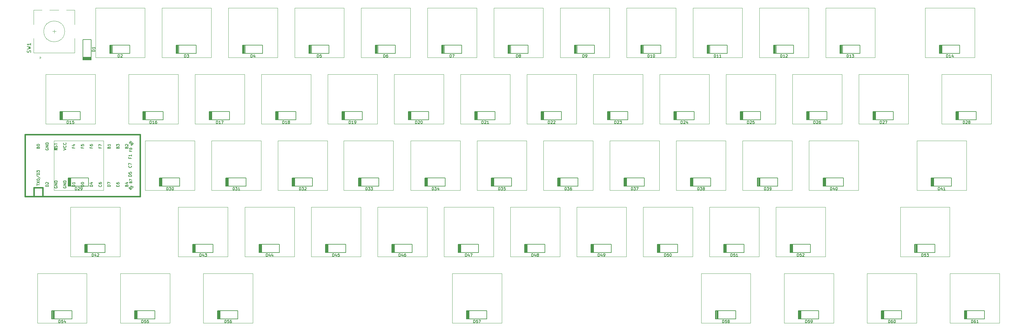
<source format=gbr>
%TF.GenerationSoftware,KiCad,Pcbnew,(5.1.9)-1*%
%TF.CreationDate,2021-02-15T19:25:36-05:00*%
%TF.ProjectId,60percent,36307065-7263-4656-9e74-2e6b69636164,rev?*%
%TF.SameCoordinates,Original*%
%TF.FileFunction,Legend,Top*%
%TF.FilePolarity,Positive*%
%FSLAX46Y46*%
G04 Gerber Fmt 4.6, Leading zero omitted, Abs format (unit mm)*
G04 Created by KiCad (PCBNEW (5.1.9)-1) date 2021-02-15 19:25:36*
%MOMM*%
%LPD*%
G01*
G04 APERTURE LIST*
%ADD10C,0.200000*%
%ADD11C,0.120000*%
%ADD12C,0.381000*%
%ADD13C,0.150000*%
G04 APERTURE END LIST*
D10*
%TO.C,D1*%
X84525000Y-80855750D02*
X86925000Y-80855750D01*
X84525000Y-81030750D02*
X86925000Y-81030750D01*
X84525000Y-81205750D02*
X86925000Y-81205750D01*
X86925000Y-81605750D02*
X84525000Y-81605750D01*
X84525000Y-81380750D02*
X86925000Y-81380750D01*
X84525000Y-81505750D02*
X86925000Y-81505750D01*
X84525000Y-81580750D02*
X84525000Y-75780750D01*
X84525000Y-75780750D02*
X86925000Y-75780750D01*
X86925000Y-75780750D02*
X86925000Y-81580750D01*
%TO.C,D2*%
X92975000Y-77380750D02*
X92975000Y-79780750D01*
X92800000Y-77380750D02*
X92800000Y-79780750D01*
X92625000Y-77380750D02*
X92625000Y-79780750D01*
X92225000Y-79780750D02*
X92225000Y-77380750D01*
X92450000Y-77380750D02*
X92450000Y-79780750D01*
X92325000Y-77380750D02*
X92325000Y-79780750D01*
X92250000Y-77380750D02*
X98050000Y-77380750D01*
X98050000Y-77380750D02*
X98050000Y-79780750D01*
X98050000Y-79780750D02*
X92250000Y-79780750D01*
%TO.C,D3*%
X112025000Y-77380750D02*
X112025000Y-79780750D01*
X111850000Y-77380750D02*
X111850000Y-79780750D01*
X111675000Y-77380750D02*
X111675000Y-79780750D01*
X111275000Y-79780750D02*
X111275000Y-77380750D01*
X111500000Y-77380750D02*
X111500000Y-79780750D01*
X111375000Y-77380750D02*
X111375000Y-79780750D01*
X111300000Y-77380750D02*
X117100000Y-77380750D01*
X117100000Y-77380750D02*
X117100000Y-79780750D01*
X117100000Y-79780750D02*
X111300000Y-79780750D01*
%TO.C,D4*%
X136150000Y-79780750D02*
X130350000Y-79780750D01*
X136150000Y-77380750D02*
X136150000Y-79780750D01*
X130350000Y-77380750D02*
X136150000Y-77380750D01*
X130425000Y-77380750D02*
X130425000Y-79780750D01*
X130550000Y-77380750D02*
X130550000Y-79780750D01*
X130325000Y-79780750D02*
X130325000Y-77380750D01*
X130725000Y-77380750D02*
X130725000Y-79780750D01*
X130900000Y-77380750D02*
X130900000Y-79780750D01*
X131075000Y-77380750D02*
X131075000Y-79780750D01*
%TO.C,D5*%
X150124500Y-77380750D02*
X150124500Y-79780750D01*
X149949500Y-77380750D02*
X149949500Y-79780750D01*
X149774500Y-77380750D02*
X149774500Y-79780750D01*
X149374500Y-79780750D02*
X149374500Y-77380750D01*
X149599500Y-77380750D02*
X149599500Y-79780750D01*
X149474500Y-77380750D02*
X149474500Y-79780750D01*
X149399500Y-77380750D02*
X155199500Y-77380750D01*
X155199500Y-77380750D02*
X155199500Y-79780750D01*
X155199500Y-79780750D02*
X149399500Y-79780750D01*
%TO.C,D6*%
X169174500Y-77380750D02*
X169174500Y-79780750D01*
X168999500Y-77380750D02*
X168999500Y-79780750D01*
X168824500Y-77380750D02*
X168824500Y-79780750D01*
X168424500Y-79780750D02*
X168424500Y-77380750D01*
X168649500Y-77380750D02*
X168649500Y-79780750D01*
X168524500Y-77380750D02*
X168524500Y-79780750D01*
X168449500Y-77380750D02*
X174249500Y-77380750D01*
X174249500Y-77380750D02*
X174249500Y-79780750D01*
X174249500Y-79780750D02*
X168449500Y-79780750D01*
%TO.C,D7*%
X193299500Y-79780750D02*
X187499500Y-79780750D01*
X193299500Y-77380750D02*
X193299500Y-79780750D01*
X187499500Y-77380750D02*
X193299500Y-77380750D01*
X187574500Y-77380750D02*
X187574500Y-79780750D01*
X187699500Y-77380750D02*
X187699500Y-79780750D01*
X187474500Y-79780750D02*
X187474500Y-77380750D01*
X187874500Y-77380750D02*
X187874500Y-79780750D01*
X188049500Y-77380750D02*
X188049500Y-79780750D01*
X188224500Y-77380750D02*
X188224500Y-79780750D01*
%TO.C,D8*%
X207274500Y-77380750D02*
X207274500Y-79780750D01*
X207099500Y-77380750D02*
X207099500Y-79780750D01*
X206924500Y-77380750D02*
X206924500Y-79780750D01*
X206524500Y-79780750D02*
X206524500Y-77380750D01*
X206749500Y-77380750D02*
X206749500Y-79780750D01*
X206624500Y-77380750D02*
X206624500Y-79780750D01*
X206549500Y-77380750D02*
X212349500Y-77380750D01*
X212349500Y-77380750D02*
X212349500Y-79780750D01*
X212349500Y-79780750D02*
X206549500Y-79780750D01*
%TO.C,D9*%
X226324500Y-77380750D02*
X226324500Y-79780750D01*
X226149500Y-77380750D02*
X226149500Y-79780750D01*
X225974500Y-77380750D02*
X225974500Y-79780750D01*
X225574500Y-79780750D02*
X225574500Y-77380750D01*
X225799500Y-77380750D02*
X225799500Y-79780750D01*
X225674500Y-77380750D02*
X225674500Y-79780750D01*
X225599500Y-77380750D02*
X231399500Y-77380750D01*
X231399500Y-77380750D02*
X231399500Y-79780750D01*
X231399500Y-79780750D02*
X225599500Y-79780750D01*
%TO.C,D10*%
X250449500Y-79780750D02*
X244649500Y-79780750D01*
X250449500Y-77380750D02*
X250449500Y-79780750D01*
X244649500Y-77380750D02*
X250449500Y-77380750D01*
X244724500Y-77380750D02*
X244724500Y-79780750D01*
X244849500Y-77380750D02*
X244849500Y-79780750D01*
X244624500Y-79780750D02*
X244624500Y-77380750D01*
X245024500Y-77380750D02*
X245024500Y-79780750D01*
X245199500Y-77380750D02*
X245199500Y-79780750D01*
X245374500Y-77380750D02*
X245374500Y-79780750D01*
%TO.C,D11*%
X269499500Y-79780750D02*
X263699500Y-79780750D01*
X269499500Y-77380750D02*
X269499500Y-79780750D01*
X263699500Y-77380750D02*
X269499500Y-77380750D01*
X263774500Y-77380750D02*
X263774500Y-79780750D01*
X263899500Y-77380750D02*
X263899500Y-79780750D01*
X263674500Y-79780750D02*
X263674500Y-77380750D01*
X264074500Y-77380750D02*
X264074500Y-79780750D01*
X264249500Y-77380750D02*
X264249500Y-79780750D01*
X264424500Y-77380750D02*
X264424500Y-79780750D01*
%TO.C,D12*%
X283474500Y-77380750D02*
X283474500Y-79780750D01*
X283299500Y-77380750D02*
X283299500Y-79780750D01*
X283124500Y-77380750D02*
X283124500Y-79780750D01*
X282724500Y-79780750D02*
X282724500Y-77380750D01*
X282949500Y-77380750D02*
X282949500Y-79780750D01*
X282824500Y-77380750D02*
X282824500Y-79780750D01*
X282749500Y-77380750D02*
X288549500Y-77380750D01*
X288549500Y-77380750D02*
X288549500Y-79780750D01*
X288549500Y-79780750D02*
X282749500Y-79780750D01*
%TO.C,D13*%
X307599500Y-79780750D02*
X301799500Y-79780750D01*
X307599500Y-77380750D02*
X307599500Y-79780750D01*
X301799500Y-77380750D02*
X307599500Y-77380750D01*
X301874500Y-77380750D02*
X301874500Y-79780750D01*
X301999500Y-77380750D02*
X301999500Y-79780750D01*
X301774500Y-79780750D02*
X301774500Y-77380750D01*
X302174500Y-77380750D02*
X302174500Y-79780750D01*
X302349500Y-77380750D02*
X302349500Y-79780750D01*
X302524500Y-77380750D02*
X302524500Y-79780750D01*
%TO.C,D14*%
X336175500Y-79780750D02*
X330375500Y-79780750D01*
X336175500Y-77380750D02*
X336175500Y-79780750D01*
X330375500Y-77380750D02*
X336175500Y-77380750D01*
X330450500Y-77380750D02*
X330450500Y-79780750D01*
X330575500Y-77380750D02*
X330575500Y-79780750D01*
X330350500Y-79780750D02*
X330350500Y-77380750D01*
X330750500Y-77380750D02*
X330750500Y-79780750D01*
X330925500Y-77380750D02*
X330925500Y-79780750D01*
X331100500Y-77380750D02*
X331100500Y-79780750D01*
%TO.C,D15*%
X83762500Y-98830750D02*
X77962500Y-98830750D01*
X83762500Y-96430750D02*
X83762500Y-98830750D01*
X77962500Y-96430750D02*
X83762500Y-96430750D01*
X78037500Y-96430750D02*
X78037500Y-98830750D01*
X78162500Y-96430750D02*
X78162500Y-98830750D01*
X77937500Y-98830750D02*
X77937500Y-96430750D01*
X78337500Y-96430750D02*
X78337500Y-98830750D01*
X78512500Y-96430750D02*
X78512500Y-98830750D01*
X78687500Y-96430750D02*
X78687500Y-98830750D01*
%TO.C,D16*%
X107575000Y-98830750D02*
X101775000Y-98830750D01*
X107575000Y-96430750D02*
X107575000Y-98830750D01*
X101775000Y-96430750D02*
X107575000Y-96430750D01*
X101850000Y-96430750D02*
X101850000Y-98830750D01*
X101975000Y-96430750D02*
X101975000Y-98830750D01*
X101750000Y-98830750D02*
X101750000Y-96430750D01*
X102150000Y-96430750D02*
X102150000Y-98830750D01*
X102325000Y-96430750D02*
X102325000Y-98830750D01*
X102500000Y-96430750D02*
X102500000Y-98830750D01*
%TO.C,D17*%
X121550000Y-96430750D02*
X121550000Y-98830750D01*
X121375000Y-96430750D02*
X121375000Y-98830750D01*
X121200000Y-96430750D02*
X121200000Y-98830750D01*
X120800000Y-98830750D02*
X120800000Y-96430750D01*
X121025000Y-96430750D02*
X121025000Y-98830750D01*
X120900000Y-96430750D02*
X120900000Y-98830750D01*
X120825000Y-96430750D02*
X126625000Y-96430750D01*
X126625000Y-96430750D02*
X126625000Y-98830750D01*
X126625000Y-98830750D02*
X120825000Y-98830750D01*
%TO.C,D18*%
X145675000Y-98830750D02*
X139875000Y-98830750D01*
X145675000Y-96430750D02*
X145675000Y-98830750D01*
X139875000Y-96430750D02*
X145675000Y-96430750D01*
X139950000Y-96430750D02*
X139950000Y-98830750D01*
X140075000Y-96430750D02*
X140075000Y-98830750D01*
X139850000Y-98830750D02*
X139850000Y-96430750D01*
X140250000Y-96430750D02*
X140250000Y-98830750D01*
X140425000Y-96430750D02*
X140425000Y-98830750D01*
X140600000Y-96430750D02*
X140600000Y-98830750D01*
%TO.C,D19*%
X164725500Y-98830750D02*
X158925500Y-98830750D01*
X164725500Y-96430750D02*
X164725500Y-98830750D01*
X158925500Y-96430750D02*
X164725500Y-96430750D01*
X159000500Y-96430750D02*
X159000500Y-98830750D01*
X159125500Y-96430750D02*
X159125500Y-98830750D01*
X158900500Y-98830750D02*
X158900500Y-96430750D01*
X159300500Y-96430750D02*
X159300500Y-98830750D01*
X159475500Y-96430750D02*
X159475500Y-98830750D01*
X159650500Y-96430750D02*
X159650500Y-98830750D01*
%TO.C,D20*%
X178700500Y-96430750D02*
X178700500Y-98830750D01*
X178525500Y-96430750D02*
X178525500Y-98830750D01*
X178350500Y-96430750D02*
X178350500Y-98830750D01*
X177950500Y-98830750D02*
X177950500Y-96430750D01*
X178175500Y-96430750D02*
X178175500Y-98830750D01*
X178050500Y-96430750D02*
X178050500Y-98830750D01*
X177975500Y-96430750D02*
X183775500Y-96430750D01*
X183775500Y-96430750D02*
X183775500Y-98830750D01*
X183775500Y-98830750D02*
X177975500Y-98830750D01*
%TO.C,D21*%
X197750500Y-96430750D02*
X197750500Y-98830750D01*
X197575500Y-96430750D02*
X197575500Y-98830750D01*
X197400500Y-96430750D02*
X197400500Y-98830750D01*
X197000500Y-98830750D02*
X197000500Y-96430750D01*
X197225500Y-96430750D02*
X197225500Y-98830750D01*
X197100500Y-96430750D02*
X197100500Y-98830750D01*
X197025500Y-96430750D02*
X202825500Y-96430750D01*
X202825500Y-96430750D02*
X202825500Y-98830750D01*
X202825500Y-98830750D02*
X197025500Y-98830750D01*
%TO.C,D22*%
X216800500Y-96430750D02*
X216800500Y-98830750D01*
X216625500Y-96430750D02*
X216625500Y-98830750D01*
X216450500Y-96430750D02*
X216450500Y-98830750D01*
X216050500Y-98830750D02*
X216050500Y-96430750D01*
X216275500Y-96430750D02*
X216275500Y-98830750D01*
X216150500Y-96430750D02*
X216150500Y-98830750D01*
X216075500Y-96430750D02*
X221875500Y-96430750D01*
X221875500Y-96430750D02*
X221875500Y-98830750D01*
X221875500Y-98830750D02*
X216075500Y-98830750D01*
%TO.C,D23*%
X240925500Y-98830750D02*
X235125500Y-98830750D01*
X240925500Y-96430750D02*
X240925500Y-98830750D01*
X235125500Y-96430750D02*
X240925500Y-96430750D01*
X235200500Y-96430750D02*
X235200500Y-98830750D01*
X235325500Y-96430750D02*
X235325500Y-98830750D01*
X235100500Y-98830750D02*
X235100500Y-96430750D01*
X235500500Y-96430750D02*
X235500500Y-98830750D01*
X235675500Y-96430750D02*
X235675500Y-98830750D01*
X235850500Y-96430750D02*
X235850500Y-98830750D01*
%TO.C,D24*%
X254900500Y-96430750D02*
X254900500Y-98830750D01*
X254725500Y-96430750D02*
X254725500Y-98830750D01*
X254550500Y-96430750D02*
X254550500Y-98830750D01*
X254150500Y-98830750D02*
X254150500Y-96430750D01*
X254375500Y-96430750D02*
X254375500Y-98830750D01*
X254250500Y-96430750D02*
X254250500Y-98830750D01*
X254175500Y-96430750D02*
X259975500Y-96430750D01*
X259975500Y-96430750D02*
X259975500Y-98830750D01*
X259975500Y-98830750D02*
X254175500Y-98830750D01*
%TO.C,D25*%
X279025500Y-98830750D02*
X273225500Y-98830750D01*
X279025500Y-96430750D02*
X279025500Y-98830750D01*
X273225500Y-96430750D02*
X279025500Y-96430750D01*
X273300500Y-96430750D02*
X273300500Y-98830750D01*
X273425500Y-96430750D02*
X273425500Y-98830750D01*
X273200500Y-98830750D02*
X273200500Y-96430750D01*
X273600500Y-96430750D02*
X273600500Y-98830750D01*
X273775500Y-96430750D02*
X273775500Y-98830750D01*
X273950500Y-96430750D02*
X273950500Y-98830750D01*
%TO.C,D26*%
X293000500Y-96430750D02*
X293000500Y-98830750D01*
X292825500Y-96430750D02*
X292825500Y-98830750D01*
X292650500Y-96430750D02*
X292650500Y-98830750D01*
X292250500Y-98830750D02*
X292250500Y-96430750D01*
X292475500Y-96430750D02*
X292475500Y-98830750D01*
X292350500Y-96430750D02*
X292350500Y-98830750D01*
X292275500Y-96430750D02*
X298075500Y-96430750D01*
X298075500Y-96430750D02*
X298075500Y-98830750D01*
X298075500Y-98830750D02*
X292275500Y-98830750D01*
%TO.C,D27*%
X317125500Y-98830750D02*
X311325500Y-98830750D01*
X317125500Y-96430750D02*
X317125500Y-98830750D01*
X311325500Y-96430750D02*
X317125500Y-96430750D01*
X311400500Y-96430750D02*
X311400500Y-98830750D01*
X311525500Y-96430750D02*
X311525500Y-98830750D01*
X311300500Y-98830750D02*
X311300500Y-96430750D01*
X311700500Y-96430750D02*
X311700500Y-98830750D01*
X311875500Y-96430750D02*
X311875500Y-98830750D01*
X312050500Y-96430750D02*
X312050500Y-98830750D01*
%TO.C,D28*%
X335862500Y-96430750D02*
X335862500Y-98830750D01*
X335687500Y-96430750D02*
X335687500Y-98830750D01*
X335512500Y-96430750D02*
X335512500Y-98830750D01*
X335112500Y-98830750D02*
X335112500Y-96430750D01*
X335337500Y-96430750D02*
X335337500Y-98830750D01*
X335212500Y-96430750D02*
X335212500Y-98830750D01*
X335137500Y-96430750D02*
X340937500Y-96430750D01*
X340937500Y-96430750D02*
X340937500Y-98830750D01*
X340937500Y-98830750D02*
X335137500Y-98830750D01*
%TO.C,D29*%
X81068700Y-115480750D02*
X81068700Y-117880750D01*
X80893700Y-115480750D02*
X80893700Y-117880750D01*
X80718700Y-115480750D02*
X80718700Y-117880750D01*
X80318700Y-117880750D02*
X80318700Y-115480750D01*
X80543700Y-115480750D02*
X80543700Y-117880750D01*
X80418700Y-115480750D02*
X80418700Y-117880750D01*
X80343700Y-115480750D02*
X86143700Y-115480750D01*
X86143700Y-115480750D02*
X86143700Y-117880750D01*
X86143700Y-117880750D02*
X80343700Y-117880750D01*
%TO.C,D30*%
X107262500Y-115480750D02*
X107262500Y-117880750D01*
X107087500Y-115480750D02*
X107087500Y-117880750D01*
X106912500Y-115480750D02*
X106912500Y-117880750D01*
X106512500Y-117880750D02*
X106512500Y-115480750D01*
X106737500Y-115480750D02*
X106737500Y-117880750D01*
X106612500Y-115480750D02*
X106612500Y-117880750D01*
X106537500Y-115480750D02*
X112337500Y-115480750D01*
X112337500Y-115480750D02*
X112337500Y-117880750D01*
X112337500Y-117880750D02*
X106537500Y-117880750D01*
%TO.C,D31*%
X126312500Y-115480750D02*
X126312500Y-117880750D01*
X126137500Y-115480750D02*
X126137500Y-117880750D01*
X125962500Y-115480750D02*
X125962500Y-117880750D01*
X125562500Y-117880750D02*
X125562500Y-115480750D01*
X125787500Y-115480750D02*
X125787500Y-117880750D01*
X125662500Y-115480750D02*
X125662500Y-117880750D01*
X125587500Y-115480750D02*
X131387500Y-115480750D01*
X131387500Y-115480750D02*
X131387500Y-117880750D01*
X131387500Y-117880750D02*
X125587500Y-117880750D01*
%TO.C,D32*%
X150437500Y-117880750D02*
X144637500Y-117880750D01*
X150437500Y-115480750D02*
X150437500Y-117880750D01*
X144637500Y-115480750D02*
X150437500Y-115480750D01*
X144712500Y-115480750D02*
X144712500Y-117880750D01*
X144837500Y-115480750D02*
X144837500Y-117880750D01*
X144612500Y-117880750D02*
X144612500Y-115480750D01*
X145012500Y-115480750D02*
X145012500Y-117880750D01*
X145187500Y-115480750D02*
X145187500Y-117880750D01*
X145362500Y-115480750D02*
X145362500Y-117880750D01*
%TO.C,D33*%
X164412500Y-115480750D02*
X164412500Y-117880750D01*
X164237500Y-115480750D02*
X164237500Y-117880750D01*
X164062500Y-115480750D02*
X164062500Y-117880750D01*
X163662500Y-117880750D02*
X163662500Y-115480750D01*
X163887500Y-115480750D02*
X163887500Y-117880750D01*
X163762500Y-115480750D02*
X163762500Y-117880750D01*
X163687500Y-115480750D02*
X169487500Y-115480750D01*
X169487500Y-115480750D02*
X169487500Y-117880750D01*
X169487500Y-117880750D02*
X163687500Y-117880750D01*
%TO.C,D34*%
X188537500Y-117880750D02*
X182737500Y-117880750D01*
X188537500Y-115480750D02*
X188537500Y-117880750D01*
X182737500Y-115480750D02*
X188537500Y-115480750D01*
X182812500Y-115480750D02*
X182812500Y-117880750D01*
X182937500Y-115480750D02*
X182937500Y-117880750D01*
X182712500Y-117880750D02*
X182712500Y-115480750D01*
X183112500Y-115480750D02*
X183112500Y-117880750D01*
X183287500Y-115480750D02*
X183287500Y-117880750D01*
X183462500Y-115480750D02*
X183462500Y-117880750D01*
%TO.C,D35*%
X202512500Y-115480750D02*
X202512500Y-117880750D01*
X202337500Y-115480750D02*
X202337500Y-117880750D01*
X202162500Y-115480750D02*
X202162500Y-117880750D01*
X201762500Y-117880750D02*
X201762500Y-115480750D01*
X201987500Y-115480750D02*
X201987500Y-117880750D01*
X201862500Y-115480750D02*
X201862500Y-117880750D01*
X201787500Y-115480750D02*
X207587500Y-115480750D01*
X207587500Y-115480750D02*
X207587500Y-117880750D01*
X207587500Y-117880750D02*
X201787500Y-117880750D01*
%TO.C,D36*%
X226637500Y-117880750D02*
X220837500Y-117880750D01*
X226637500Y-115480750D02*
X226637500Y-117880750D01*
X220837500Y-115480750D02*
X226637500Y-115480750D01*
X220912500Y-115480750D02*
X220912500Y-117880750D01*
X221037500Y-115480750D02*
X221037500Y-117880750D01*
X220812500Y-117880750D02*
X220812500Y-115480750D01*
X221212500Y-115480750D02*
X221212500Y-117880750D01*
X221387500Y-115480750D02*
X221387500Y-117880750D01*
X221562500Y-115480750D02*
X221562500Y-117880750D01*
%TO.C,D37*%
X240612500Y-115480750D02*
X240612500Y-117880750D01*
X240437500Y-115480750D02*
X240437500Y-117880750D01*
X240262500Y-115480750D02*
X240262500Y-117880750D01*
X239862500Y-117880750D02*
X239862500Y-115480750D01*
X240087500Y-115480750D02*
X240087500Y-117880750D01*
X239962500Y-115480750D02*
X239962500Y-117880750D01*
X239887500Y-115480750D02*
X245687500Y-115480750D01*
X245687500Y-115480750D02*
X245687500Y-117880750D01*
X245687500Y-117880750D02*
X239887500Y-117880750D01*
%TO.C,D38*%
X264737500Y-117880750D02*
X258937500Y-117880750D01*
X264737500Y-115480750D02*
X264737500Y-117880750D01*
X258937500Y-115480750D02*
X264737500Y-115480750D01*
X259012500Y-115480750D02*
X259012500Y-117880750D01*
X259137500Y-115480750D02*
X259137500Y-117880750D01*
X258912500Y-117880750D02*
X258912500Y-115480750D01*
X259312500Y-115480750D02*
X259312500Y-117880750D01*
X259487500Y-115480750D02*
X259487500Y-117880750D01*
X259662500Y-115480750D02*
X259662500Y-117880750D01*
%TO.C,D39*%
X278828500Y-115480750D02*
X278828500Y-117880750D01*
X278653500Y-115480750D02*
X278653500Y-117880750D01*
X278478500Y-115480750D02*
X278478500Y-117880750D01*
X278078500Y-117880750D02*
X278078500Y-115480750D01*
X278303500Y-115480750D02*
X278303500Y-117880750D01*
X278178500Y-115480750D02*
X278178500Y-117880750D01*
X278103500Y-115480750D02*
X283903500Y-115480750D01*
X283903500Y-115480750D02*
X283903500Y-117880750D01*
X283903500Y-117880750D02*
X278103500Y-117880750D01*
%TO.C,D40*%
X302837500Y-117880750D02*
X297037500Y-117880750D01*
X302837500Y-115480750D02*
X302837500Y-117880750D01*
X297037500Y-115480750D02*
X302837500Y-115480750D01*
X297112500Y-115480750D02*
X297112500Y-117880750D01*
X297237500Y-115480750D02*
X297237500Y-117880750D01*
X297012500Y-117880750D02*
X297012500Y-115480750D01*
X297412500Y-115480750D02*
X297412500Y-117880750D01*
X297587500Y-115480750D02*
X297587500Y-117880750D01*
X297762500Y-115480750D02*
X297762500Y-117880750D01*
%TO.C,D41*%
X333793500Y-117880750D02*
X327993500Y-117880750D01*
X333793500Y-115480750D02*
X333793500Y-117880750D01*
X327993500Y-115480750D02*
X333793500Y-115480750D01*
X328068500Y-115480750D02*
X328068500Y-117880750D01*
X328193500Y-115480750D02*
X328193500Y-117880750D01*
X327968500Y-117880750D02*
X327968500Y-115480750D01*
X328368500Y-115480750D02*
X328368500Y-117880750D01*
X328543500Y-115480750D02*
X328543500Y-117880750D01*
X328718500Y-115480750D02*
X328718500Y-117880750D01*
%TO.C,D42*%
X90906300Y-136930750D02*
X85106300Y-136930750D01*
X90906300Y-134530750D02*
X90906300Y-136930750D01*
X85106300Y-134530750D02*
X90906300Y-134530750D01*
X85181300Y-134530750D02*
X85181300Y-136930750D01*
X85306300Y-134530750D02*
X85306300Y-136930750D01*
X85081300Y-136930750D02*
X85081300Y-134530750D01*
X85481300Y-134530750D02*
X85481300Y-136930750D01*
X85656300Y-134530750D02*
X85656300Y-136930750D01*
X85831300Y-134530750D02*
X85831300Y-136930750D01*
%TO.C,D43*%
X116787500Y-134530750D02*
X116787500Y-136930750D01*
X116612500Y-134530750D02*
X116612500Y-136930750D01*
X116437500Y-134530750D02*
X116437500Y-136930750D01*
X116037500Y-136930750D02*
X116037500Y-134530750D01*
X116262500Y-134530750D02*
X116262500Y-136930750D01*
X116137500Y-134530750D02*
X116137500Y-136930750D01*
X116062500Y-134530750D02*
X121862500Y-134530750D01*
X121862500Y-134530750D02*
X121862500Y-136930750D01*
X121862500Y-136930750D02*
X116062500Y-136930750D01*
%TO.C,D44*%
X140912500Y-136930750D02*
X135112500Y-136930750D01*
X140912500Y-134530750D02*
X140912500Y-136930750D01*
X135112500Y-134530750D02*
X140912500Y-134530750D01*
X135187500Y-134530750D02*
X135187500Y-136930750D01*
X135312500Y-134530750D02*
X135312500Y-136930750D01*
X135087500Y-136930750D02*
X135087500Y-134530750D01*
X135487500Y-134530750D02*
X135487500Y-136930750D01*
X135662500Y-134530750D02*
X135662500Y-136930750D01*
X135837500Y-134530750D02*
X135837500Y-136930750D01*
%TO.C,D45*%
X154887500Y-134530750D02*
X154887500Y-136930750D01*
X154712500Y-134530750D02*
X154712500Y-136930750D01*
X154537500Y-134530750D02*
X154537500Y-136930750D01*
X154137500Y-136930750D02*
X154137500Y-134530750D01*
X154362500Y-134530750D02*
X154362500Y-136930750D01*
X154237500Y-134530750D02*
X154237500Y-136930750D01*
X154162500Y-134530750D02*
X159962500Y-134530750D01*
X159962500Y-134530750D02*
X159962500Y-136930750D01*
X159962500Y-136930750D02*
X154162500Y-136930750D01*
%TO.C,D46*%
X179012500Y-136930750D02*
X173212500Y-136930750D01*
X179012500Y-134530750D02*
X179012500Y-136930750D01*
X173212500Y-134530750D02*
X179012500Y-134530750D01*
X173287500Y-134530750D02*
X173287500Y-136930750D01*
X173412500Y-134530750D02*
X173412500Y-136930750D01*
X173187500Y-136930750D02*
X173187500Y-134530750D01*
X173587500Y-134530750D02*
X173587500Y-136930750D01*
X173762500Y-134530750D02*
X173762500Y-136930750D01*
X173937500Y-134530750D02*
X173937500Y-136930750D01*
%TO.C,D47*%
X192987500Y-134530750D02*
X192987500Y-136930750D01*
X192812500Y-134530750D02*
X192812500Y-136930750D01*
X192637500Y-134530750D02*
X192637500Y-136930750D01*
X192237500Y-136930750D02*
X192237500Y-134530750D01*
X192462500Y-134530750D02*
X192462500Y-136930750D01*
X192337500Y-134530750D02*
X192337500Y-136930750D01*
X192262500Y-134530750D02*
X198062500Y-134530750D01*
X198062500Y-134530750D02*
X198062500Y-136930750D01*
X198062500Y-136930750D02*
X192262500Y-136930750D01*
%TO.C,D48*%
X217112500Y-136930750D02*
X211312500Y-136930750D01*
X217112500Y-134530750D02*
X217112500Y-136930750D01*
X211312500Y-134530750D02*
X217112500Y-134530750D01*
X211387500Y-134530750D02*
X211387500Y-136930750D01*
X211512500Y-134530750D02*
X211512500Y-136930750D01*
X211287500Y-136930750D02*
X211287500Y-134530750D01*
X211687500Y-134530750D02*
X211687500Y-136930750D01*
X211862500Y-134530750D02*
X211862500Y-136930750D01*
X212037500Y-134530750D02*
X212037500Y-136930750D01*
%TO.C,D49*%
X231087500Y-134530750D02*
X231087500Y-136930750D01*
X230912500Y-134530750D02*
X230912500Y-136930750D01*
X230737500Y-134530750D02*
X230737500Y-136930750D01*
X230337500Y-136930750D02*
X230337500Y-134530750D01*
X230562500Y-134530750D02*
X230562500Y-136930750D01*
X230437500Y-134530750D02*
X230437500Y-136930750D01*
X230362500Y-134530750D02*
X236162500Y-134530750D01*
X236162500Y-134530750D02*
X236162500Y-136930750D01*
X236162500Y-136930750D02*
X230362500Y-136930750D01*
%TO.C,D50*%
X255212500Y-136930750D02*
X249412500Y-136930750D01*
X255212500Y-134530750D02*
X255212500Y-136930750D01*
X249412500Y-134530750D02*
X255212500Y-134530750D01*
X249487500Y-134530750D02*
X249487500Y-136930750D01*
X249612500Y-134530750D02*
X249612500Y-136930750D01*
X249387500Y-136930750D02*
X249387500Y-134530750D01*
X249787500Y-134530750D02*
X249787500Y-136930750D01*
X249962500Y-134530750D02*
X249962500Y-136930750D01*
X250137500Y-134530750D02*
X250137500Y-136930750D01*
%TO.C,D51*%
X274262500Y-136930750D02*
X268462500Y-136930750D01*
X274262500Y-134530750D02*
X274262500Y-136930750D01*
X268462500Y-134530750D02*
X274262500Y-134530750D01*
X268537500Y-134530750D02*
X268537500Y-136930750D01*
X268662500Y-134530750D02*
X268662500Y-136930750D01*
X268437500Y-136930750D02*
X268437500Y-134530750D01*
X268837500Y-134530750D02*
X268837500Y-136930750D01*
X269012500Y-134530750D02*
X269012500Y-136930750D01*
X269187500Y-134530750D02*
X269187500Y-136930750D01*
%TO.C,D52*%
X293312500Y-136930750D02*
X287512500Y-136930750D01*
X293312500Y-134530750D02*
X293312500Y-136930750D01*
X287512500Y-134530750D02*
X293312500Y-134530750D01*
X287587500Y-134530750D02*
X287587500Y-136930750D01*
X287712500Y-134530750D02*
X287712500Y-136930750D01*
X287487500Y-136930750D02*
X287487500Y-134530750D01*
X287887500Y-134530750D02*
X287887500Y-136930750D01*
X288062500Y-134530750D02*
X288062500Y-136930750D01*
X288237500Y-134530750D02*
X288237500Y-136930750D01*
%TO.C,D53*%
X323956500Y-134530750D02*
X323956500Y-136930750D01*
X323781500Y-134530750D02*
X323781500Y-136930750D01*
X323606500Y-134530750D02*
X323606500Y-136930750D01*
X323206500Y-136930750D02*
X323206500Y-134530750D01*
X323431500Y-134530750D02*
X323431500Y-136930750D01*
X323306500Y-134530750D02*
X323306500Y-136930750D01*
X323231500Y-134530750D02*
X329031500Y-134530750D01*
X329031500Y-134530750D02*
X329031500Y-136930750D01*
X329031500Y-136930750D02*
X323231500Y-136930750D01*
%TO.C,D54*%
X81381300Y-155980750D02*
X75581300Y-155980750D01*
X81381300Y-153580750D02*
X81381300Y-155980750D01*
X75581300Y-153580750D02*
X81381300Y-153580750D01*
X75656300Y-153580750D02*
X75656300Y-155980750D01*
X75781300Y-153580750D02*
X75781300Y-155980750D01*
X75556300Y-155980750D02*
X75556300Y-153580750D01*
X75956300Y-153580750D02*
X75956300Y-155980750D01*
X76131300Y-153580750D02*
X76131300Y-155980750D01*
X76306300Y-153580750D02*
X76306300Y-155980750D01*
%TO.C,D55*%
X100118700Y-153580750D02*
X100118700Y-155980750D01*
X99943700Y-153580750D02*
X99943700Y-155980750D01*
X99768700Y-153580750D02*
X99768700Y-155980750D01*
X99368700Y-155980750D02*
X99368700Y-153580750D01*
X99593700Y-153580750D02*
X99593700Y-155980750D01*
X99468700Y-153580750D02*
X99468700Y-155980750D01*
X99393700Y-153580750D02*
X105193700Y-153580750D01*
X105193700Y-153580750D02*
X105193700Y-155980750D01*
X105193700Y-155980750D02*
X99393700Y-155980750D01*
%TO.C,D56*%
X129006300Y-155980750D02*
X123206300Y-155980750D01*
X129006300Y-153580750D02*
X129006300Y-155980750D01*
X123206300Y-153580750D02*
X129006300Y-153580750D01*
X123281300Y-153580750D02*
X123281300Y-155980750D01*
X123406300Y-153580750D02*
X123406300Y-155980750D01*
X123181300Y-155980750D02*
X123181300Y-153580750D01*
X123581300Y-153580750D02*
X123581300Y-155980750D01*
X123756300Y-153580750D02*
X123756300Y-155980750D01*
X123931300Y-153580750D02*
X123931300Y-155980750D01*
%TO.C,D57*%
X195368500Y-153580750D02*
X195368500Y-155980750D01*
X195193500Y-153580750D02*
X195193500Y-155980750D01*
X195018500Y-153580750D02*
X195018500Y-155980750D01*
X194618500Y-155980750D02*
X194618500Y-153580750D01*
X194843500Y-153580750D02*
X194843500Y-155980750D01*
X194718500Y-153580750D02*
X194718500Y-155980750D01*
X194643500Y-153580750D02*
X200443500Y-153580750D01*
X200443500Y-153580750D02*
X200443500Y-155980750D01*
X200443500Y-155980750D02*
X194643500Y-155980750D01*
%TO.C,D58*%
X271881500Y-155980750D02*
X266081500Y-155980750D01*
X271881500Y-153580750D02*
X271881500Y-155980750D01*
X266081500Y-153580750D02*
X271881500Y-153580750D01*
X266156500Y-153580750D02*
X266156500Y-155980750D01*
X266281500Y-153580750D02*
X266281500Y-155980750D01*
X266056500Y-155980750D02*
X266056500Y-153580750D01*
X266456500Y-153580750D02*
X266456500Y-155980750D01*
X266631500Y-153580750D02*
X266631500Y-155980750D01*
X266806500Y-153580750D02*
X266806500Y-155980750D01*
%TO.C,D59*%
X290618500Y-153580750D02*
X290618500Y-155980750D01*
X290443500Y-153580750D02*
X290443500Y-155980750D01*
X290268500Y-153580750D02*
X290268500Y-155980750D01*
X289868500Y-155980750D02*
X289868500Y-153580750D01*
X290093500Y-153580750D02*
X290093500Y-155980750D01*
X289968500Y-153580750D02*
X289968500Y-155980750D01*
X289893500Y-153580750D02*
X295693500Y-153580750D01*
X295693500Y-153580750D02*
X295693500Y-155980750D01*
X295693500Y-155980750D02*
X289893500Y-155980750D01*
%TO.C,D60*%
X319506500Y-155980750D02*
X313706500Y-155980750D01*
X319506500Y-153580750D02*
X319506500Y-155980750D01*
X313706500Y-153580750D02*
X319506500Y-153580750D01*
X313781500Y-153580750D02*
X313781500Y-155980750D01*
X313906500Y-153580750D02*
X313906500Y-155980750D01*
X313681500Y-155980750D02*
X313681500Y-153580750D01*
X314081500Y-153580750D02*
X314081500Y-155980750D01*
X314256500Y-153580750D02*
X314256500Y-155980750D01*
X314431500Y-153580750D02*
X314431500Y-155980750D01*
%TO.C,D61*%
X338243500Y-153580750D02*
X338243500Y-155980750D01*
X338068500Y-153580750D02*
X338068500Y-155980750D01*
X337893500Y-153580750D02*
X337893500Y-155980750D01*
X337493500Y-155980750D02*
X337493500Y-153580750D01*
X337718500Y-153580750D02*
X337718500Y-155980750D01*
X337593500Y-153580750D02*
X337593500Y-155980750D01*
X337518500Y-153580750D02*
X343318500Y-153580750D01*
X343318500Y-153580750D02*
X343318500Y-155980750D01*
X343318500Y-155980750D02*
X337518500Y-155980750D01*
D11*
%TO.C,K1*%
X102350000Y-66718750D02*
X88150000Y-66718750D01*
X102350000Y-80918750D02*
X102350000Y-66718750D01*
X88150000Y-80918750D02*
X102350000Y-80918750D01*
X88150000Y-66718750D02*
X88150000Y-80918750D01*
%TO.C,K2*%
X107200000Y-66718750D02*
X107200000Y-80918750D01*
X107200000Y-80918750D02*
X121400000Y-80918750D01*
X121400000Y-80918750D02*
X121400000Y-66718750D01*
X121400000Y-66718750D02*
X107200000Y-66718750D01*
%TO.C,K3*%
X126250000Y-66718750D02*
X126250000Y-80918750D01*
X126250000Y-80918750D02*
X140450000Y-80918750D01*
X140450000Y-80918750D02*
X140450000Y-66718750D01*
X140450000Y-66718750D02*
X126250000Y-66718750D01*
%TO.C,K4*%
X159499500Y-66718750D02*
X145299500Y-66718750D01*
X159499500Y-80918750D02*
X159499500Y-66718750D01*
X145299500Y-80918750D02*
X159499500Y-80918750D01*
X145299500Y-66718750D02*
X145299500Y-80918750D01*
%TO.C,K5*%
X164349500Y-66718750D02*
X164349500Y-80918750D01*
X164349500Y-80918750D02*
X178549500Y-80918750D01*
X178549500Y-80918750D02*
X178549500Y-66718750D01*
X178549500Y-66718750D02*
X164349500Y-66718750D01*
%TO.C,K6*%
X197599500Y-66718750D02*
X183399500Y-66718750D01*
X197599500Y-80918750D02*
X197599500Y-66718750D01*
X183399500Y-80918750D02*
X197599500Y-80918750D01*
X183399500Y-66718750D02*
X183399500Y-80918750D01*
%TO.C,K7*%
X216649500Y-66718750D02*
X202449500Y-66718750D01*
X216649500Y-80918750D02*
X216649500Y-66718750D01*
X202449500Y-80918750D02*
X216649500Y-80918750D01*
X202449500Y-66718750D02*
X202449500Y-80918750D01*
%TO.C,K8*%
X235699500Y-66718750D02*
X221499500Y-66718750D01*
X235699500Y-80918750D02*
X235699500Y-66718750D01*
X221499500Y-80918750D02*
X235699500Y-80918750D01*
X221499500Y-66718750D02*
X221499500Y-80918750D01*
%TO.C,K9*%
X240549500Y-66718750D02*
X240549500Y-80918750D01*
X240549500Y-80918750D02*
X254749500Y-80918750D01*
X254749500Y-80918750D02*
X254749500Y-66718750D01*
X254749500Y-66718750D02*
X240549500Y-66718750D01*
%TO.C,K10*%
X259599500Y-66718750D02*
X259599500Y-80918750D01*
X259599500Y-80918750D02*
X273799500Y-80918750D01*
X273799500Y-80918750D02*
X273799500Y-66718750D01*
X273799500Y-66718750D02*
X259599500Y-66718750D01*
%TO.C,K11*%
X292849500Y-66718750D02*
X278649500Y-66718750D01*
X292849500Y-80918750D02*
X292849500Y-66718750D01*
X278649500Y-80918750D02*
X292849500Y-80918750D01*
X278649500Y-66718750D02*
X278649500Y-80918750D01*
%TO.C,K12*%
X311899500Y-66718750D02*
X297699500Y-66718750D01*
X311899500Y-80918750D02*
X311899500Y-66718750D01*
X297699500Y-80918750D02*
X311899500Y-80918750D01*
X297699500Y-66718750D02*
X297699500Y-80918750D01*
%TO.C,K13*%
X326275500Y-66718750D02*
X326275500Y-80918750D01*
X326275500Y-80918750D02*
X340475500Y-80918750D01*
X340475500Y-80918750D02*
X340475500Y-66718750D01*
X340475500Y-66718750D02*
X326275500Y-66718750D01*
%TO.C,K14*%
X73862500Y-85768750D02*
X73862500Y-99968750D01*
X73862500Y-99968750D02*
X88062500Y-99968750D01*
X88062500Y-99968750D02*
X88062500Y-85768750D01*
X88062500Y-85768750D02*
X73862500Y-85768750D01*
%TO.C,K27*%
X345237500Y-85768750D02*
X331037500Y-85768750D01*
X345237500Y-99968750D02*
X345237500Y-85768750D01*
X331037500Y-99968750D02*
X345237500Y-99968750D01*
X331037500Y-85768750D02*
X331037500Y-99968750D01*
%TO.C,K28*%
X76243700Y-104818750D02*
X76243700Y-119018750D01*
X76243700Y-119018750D02*
X90443700Y-119018750D01*
X90443700Y-119018750D02*
X90443700Y-104818750D01*
X90443700Y-104818750D02*
X76243700Y-104818750D01*
%TO.C,K29*%
X102437500Y-104818750D02*
X102437500Y-119018750D01*
X102437500Y-119018750D02*
X116637500Y-119018750D01*
X116637500Y-119018750D02*
X116637500Y-104818750D01*
X116637500Y-104818750D02*
X102437500Y-104818750D01*
%TO.C,K30*%
X135687500Y-104818750D02*
X121487500Y-104818750D01*
X135687500Y-119018750D02*
X135687500Y-104818750D01*
X121487500Y-119018750D02*
X135687500Y-119018750D01*
X121487500Y-104818750D02*
X121487500Y-119018750D01*
%TO.C,K31*%
X154737500Y-104818750D02*
X140537500Y-104818750D01*
X154737500Y-119018750D02*
X154737500Y-104818750D01*
X140537500Y-119018750D02*
X154737500Y-119018750D01*
X140537500Y-104818750D02*
X140537500Y-119018750D01*
%TO.C,K32*%
X173628500Y-104818750D02*
X159428500Y-104818750D01*
X173628500Y-119018750D02*
X173628500Y-104818750D01*
X159428500Y-119018750D02*
X173628500Y-119018750D01*
X159428500Y-104818750D02*
X159428500Y-119018750D01*
%TO.C,K33*%
X178637500Y-104818750D02*
X178637500Y-119018750D01*
X178637500Y-119018750D02*
X192837500Y-119018750D01*
X192837500Y-119018750D02*
X192837500Y-104818750D01*
X192837500Y-104818750D02*
X178637500Y-104818750D01*
%TO.C,K34*%
X211887500Y-104818750D02*
X197687500Y-104818750D01*
X211887500Y-119018750D02*
X211887500Y-104818750D01*
X197687500Y-119018750D02*
X211887500Y-119018750D01*
X197687500Y-104818750D02*
X197687500Y-119018750D01*
%TO.C,K35*%
X230937500Y-104818750D02*
X216737500Y-104818750D01*
X230937500Y-119018750D02*
X230937500Y-104818750D01*
X216737500Y-119018750D02*
X230937500Y-119018750D01*
X216737500Y-104818750D02*
X216737500Y-119018750D01*
%TO.C,K36*%
X235787500Y-104818750D02*
X235787500Y-119018750D01*
X235787500Y-119018750D02*
X249987500Y-119018750D01*
X249987500Y-119018750D02*
X249987500Y-104818750D01*
X249987500Y-104818750D02*
X235787500Y-104818750D01*
%TO.C,K37*%
X254837500Y-104818750D02*
X254837500Y-119018750D01*
X254837500Y-119018750D02*
X269037500Y-119018750D01*
X269037500Y-119018750D02*
X269037500Y-104818750D01*
X269037500Y-104818750D02*
X254837500Y-104818750D01*
%TO.C,K38*%
X273887500Y-104818750D02*
X273887500Y-119018750D01*
X273887500Y-119018750D02*
X288087500Y-119018750D01*
X288087500Y-119018750D02*
X288087500Y-104818750D01*
X288087500Y-104818750D02*
X273887500Y-104818750D01*
%TO.C,K39*%
X292937500Y-104818750D02*
X292937500Y-119018750D01*
X292937500Y-119018750D02*
X307137500Y-119018750D01*
X307137500Y-119018750D02*
X307137500Y-104818750D01*
X307137500Y-104818750D02*
X292937500Y-104818750D01*
%TO.C,K40*%
X323893500Y-104818750D02*
X323893500Y-119018750D01*
X323893500Y-119018750D02*
X338093500Y-119018750D01*
X338093500Y-119018750D02*
X338093500Y-104818750D01*
X338093500Y-104818750D02*
X323893500Y-104818750D01*
%TO.C,K41*%
X95206300Y-123868750D02*
X81006300Y-123868750D01*
X95206300Y-138068750D02*
X95206300Y-123868750D01*
X81006300Y-138068750D02*
X95206300Y-138068750D01*
X81006300Y-123868750D02*
X81006300Y-138068750D01*
%TO.C,K42*%
X111903700Y-123868750D02*
X111903700Y-138068750D01*
X111903700Y-138068750D02*
X126103700Y-138068750D01*
X126103700Y-138068750D02*
X126103700Y-123868750D01*
X126103700Y-123868750D02*
X111903700Y-123868750D01*
%TO.C,K43*%
X131012500Y-123868750D02*
X131012500Y-138068750D01*
X131012500Y-138068750D02*
X145212500Y-138068750D01*
X145212500Y-138068750D02*
X145212500Y-123868750D01*
X145212500Y-123868750D02*
X131012500Y-123868750D01*
%TO.C,K44*%
X150062500Y-123868750D02*
X150062500Y-138068750D01*
X150062500Y-138068750D02*
X164262500Y-138068750D01*
X164262500Y-138068750D02*
X164262500Y-123868750D01*
X164262500Y-123868750D02*
X150062500Y-123868750D01*
%TO.C,K45*%
X183312500Y-123868750D02*
X169112500Y-123868750D01*
X183312500Y-138068750D02*
X183312500Y-123868750D01*
X169112500Y-138068750D02*
X183312500Y-138068750D01*
X169112500Y-123868750D02*
X169112500Y-138068750D01*
%TO.C,K46*%
X202362500Y-123868750D02*
X188162500Y-123868750D01*
X202362500Y-138068750D02*
X202362500Y-123868750D01*
X188162500Y-138068750D02*
X202362500Y-138068750D01*
X188162500Y-123868750D02*
X188162500Y-138068750D01*
%TO.C,K47*%
X221412500Y-123868750D02*
X207212500Y-123868750D01*
X221412500Y-138068750D02*
X221412500Y-123868750D01*
X207212500Y-138068750D02*
X221412500Y-138068750D01*
X207212500Y-123868750D02*
X207212500Y-138068750D01*
%TO.C,K48*%
X240462500Y-123868750D02*
X226262500Y-123868750D01*
X240462500Y-138068750D02*
X240462500Y-123868750D01*
X226262500Y-138068750D02*
X240462500Y-138068750D01*
X226262500Y-123868750D02*
X226262500Y-138068750D01*
%TO.C,K49*%
X245312500Y-123868750D02*
X245312500Y-138068750D01*
X245312500Y-138068750D02*
X259512500Y-138068750D01*
X259512500Y-138068750D02*
X259512500Y-123868750D01*
X259512500Y-123868750D02*
X245312500Y-123868750D01*
%TO.C,K50*%
X264362500Y-123868750D02*
X264362500Y-138068750D01*
X264362500Y-138068750D02*
X278562500Y-138068750D01*
X278562500Y-138068750D02*
X278562500Y-123868750D01*
X278562500Y-123868750D02*
X264362500Y-123868750D01*
%TO.C,K51*%
X283412500Y-123868750D02*
X283412500Y-138068750D01*
X283412500Y-138068750D02*
X297612500Y-138068750D01*
X297612500Y-138068750D02*
X297612500Y-123868750D01*
X297612500Y-123868750D02*
X283412500Y-123868750D01*
%TO.C,K52*%
X319131500Y-123868750D02*
X319131500Y-138068750D01*
X319131500Y-138068750D02*
X333331500Y-138068750D01*
X333331500Y-138068750D02*
X333331500Y-123868750D01*
X333331500Y-123868750D02*
X319131500Y-123868750D01*
%TO.C,K53*%
X85681300Y-142918750D02*
X71481300Y-142918750D01*
X85681300Y-157118750D02*
X85681300Y-142918750D01*
X71481300Y-157118750D02*
X85681300Y-157118750D01*
X71481300Y-142918750D02*
X71481300Y-157118750D01*
%TO.C,K54*%
X95293700Y-142918750D02*
X95293700Y-157118750D01*
X95293700Y-157118750D02*
X109493700Y-157118750D01*
X109493700Y-157118750D02*
X109493700Y-142918750D01*
X109493700Y-142918750D02*
X95293700Y-142918750D01*
%TO.C,K55*%
X119106300Y-142918750D02*
X119106300Y-157118750D01*
X119106300Y-157118750D02*
X133306300Y-157118750D01*
X133306300Y-157118750D02*
X133306300Y-142918750D01*
X133306300Y-142918750D02*
X119106300Y-142918750D01*
%TO.C,K56*%
X190543500Y-142918750D02*
X190543500Y-157118750D01*
X190543500Y-157118750D02*
X204743500Y-157118750D01*
X204743500Y-157118750D02*
X204743500Y-142918750D01*
X204743500Y-142918750D02*
X190543500Y-142918750D01*
%TO.C,K57*%
X261981500Y-142918750D02*
X261981500Y-157118750D01*
X261981500Y-157118750D02*
X276181500Y-157118750D01*
X276181500Y-157118750D02*
X276181500Y-142918750D01*
X276181500Y-142918750D02*
X261981500Y-142918750D01*
%TO.C,K58*%
X299993500Y-142918750D02*
X285793500Y-142918750D01*
X299993500Y-157118750D02*
X299993500Y-142918750D01*
X285793500Y-157118750D02*
X299993500Y-157118750D01*
X285793500Y-142918750D02*
X285793500Y-157118750D01*
%TO.C,K59*%
X309606500Y-142918750D02*
X309606500Y-157118750D01*
X309606500Y-157118750D02*
X323806500Y-157118750D01*
X323806500Y-157118750D02*
X323806500Y-142918750D01*
X323806500Y-142918750D02*
X309606500Y-142918750D01*
%TO.C,K60*%
X347618500Y-142918750D02*
X333418500Y-142918750D01*
X347618500Y-157118750D02*
X347618500Y-142918750D01*
X333418500Y-157118750D02*
X347618500Y-157118750D01*
X333418500Y-142918750D02*
X333418500Y-157118750D01*
%TO.C,SW1*%
X76318700Y-73962750D02*
X76318700Y-72962750D01*
X75818700Y-73462750D02*
X76818700Y-73462750D01*
X79818700Y-67362750D02*
X82218700Y-67362750D01*
X75018700Y-67362750D02*
X77618700Y-67362750D01*
X70418700Y-67362750D02*
X72818700Y-67362750D01*
X72218700Y-80662750D02*
X72518700Y-80962750D01*
X72218700Y-81262750D02*
X72218700Y-80662750D01*
X72518700Y-80962750D02*
X72218700Y-81262750D01*
X70418700Y-79562750D02*
X82218700Y-79562750D01*
X70418700Y-75462750D02*
X70418700Y-79562750D01*
X82218700Y-75462750D02*
X82218700Y-79562750D01*
X82218700Y-67362750D02*
X82218700Y-71462750D01*
X70418700Y-71462750D02*
X70418700Y-67362750D01*
X79318700Y-73462750D02*
G75*
G03*
X79318700Y-73462750I-3000000J0D01*
G01*
D12*
%TO.C,U1*%
X70485000Y-120808750D02*
X100965000Y-120808750D01*
X100965000Y-120808750D02*
X100965000Y-103028750D01*
X100965000Y-103028750D02*
X70485000Y-103028750D01*
X70485000Y-118268750D02*
X73025000Y-118268750D01*
X73025000Y-118268750D02*
X73025000Y-120808750D01*
D13*
G36*
X76364360Y-106987182D02*
G01*
X76664360Y-106987182D01*
X76664360Y-107087182D01*
X76364360Y-107087182D01*
X76364360Y-106987182D01*
G37*
X76364360Y-106987182D02*
X76664360Y-106987182D01*
X76664360Y-107087182D01*
X76364360Y-107087182D01*
X76364360Y-106987182D01*
G36*
X76764360Y-107187182D02*
G01*
X76864360Y-107187182D01*
X76864360Y-107287182D01*
X76764360Y-107287182D01*
X76764360Y-107187182D01*
G37*
X76764360Y-107187182D02*
X76864360Y-107187182D01*
X76864360Y-107287182D01*
X76764360Y-107287182D01*
X76764360Y-107187182D01*
G36*
X76364360Y-106987182D02*
G01*
X76464360Y-106987182D01*
X76464360Y-107487182D01*
X76364360Y-107487182D01*
X76364360Y-106987182D01*
G37*
X76364360Y-106987182D02*
X76464360Y-106987182D01*
X76464360Y-107487182D01*
X76364360Y-107487182D01*
X76364360Y-106987182D01*
G36*
X76364360Y-107387182D02*
G01*
X77164360Y-107387182D01*
X77164360Y-107487182D01*
X76364360Y-107487182D01*
X76364360Y-107387182D01*
G37*
X76364360Y-107387182D02*
X77164360Y-107387182D01*
X77164360Y-107487182D01*
X76364360Y-107487182D01*
X76364360Y-107387182D01*
G36*
X76964360Y-106987182D02*
G01*
X77164360Y-106987182D01*
X77164360Y-107087182D01*
X76964360Y-107087182D01*
X76964360Y-106987182D01*
G37*
X76964360Y-106987182D02*
X77164360Y-106987182D01*
X77164360Y-107087182D01*
X76964360Y-107087182D01*
X76964360Y-106987182D01*
D12*
X70485000Y-103028750D02*
X67945000Y-103028750D01*
X67945000Y-103028750D02*
X67945000Y-120808750D01*
X67945000Y-120808750D02*
X70485000Y-120808750D01*
X70485000Y-118268750D02*
X70485000Y-120808750D01*
D11*
%TO.C,K15*%
X97675000Y-85768750D02*
X97675000Y-99968750D01*
X97675000Y-99968750D02*
X111875000Y-99968750D01*
X111875000Y-99968750D02*
X111875000Y-85768750D01*
X111875000Y-85768750D02*
X97675000Y-85768750D01*
%TO.C,K16*%
X130925000Y-85768750D02*
X116725000Y-85768750D01*
X130925000Y-99968750D02*
X130925000Y-85768750D01*
X116725000Y-99968750D02*
X130925000Y-99968750D01*
X116725000Y-85768750D02*
X116725000Y-99968750D01*
%TO.C,K17*%
X135775000Y-85768750D02*
X135775000Y-99968750D01*
X135775000Y-99968750D02*
X149975000Y-99968750D01*
X149975000Y-99968750D02*
X149975000Y-85768750D01*
X149975000Y-85768750D02*
X135775000Y-85768750D01*
%TO.C,K18*%
X169025500Y-85768750D02*
X154825500Y-85768750D01*
X169025500Y-99968750D02*
X169025500Y-85768750D01*
X154825500Y-99968750D02*
X169025500Y-99968750D01*
X154825500Y-85768750D02*
X154825500Y-99968750D01*
%TO.C,K19*%
X188075500Y-85768750D02*
X173875500Y-85768750D01*
X188075500Y-99968750D02*
X188075500Y-85768750D01*
X173875500Y-99968750D02*
X188075500Y-99968750D01*
X173875500Y-85768750D02*
X173875500Y-99968750D01*
%TO.C,K20*%
X192925500Y-85768750D02*
X192925500Y-99968750D01*
X192925500Y-99968750D02*
X207125500Y-99968750D01*
X207125500Y-99968750D02*
X207125500Y-85768750D01*
X207125500Y-85768750D02*
X192925500Y-85768750D01*
%TO.C,K21*%
X211975500Y-85768750D02*
X211975500Y-99968750D01*
X211975500Y-99968750D02*
X226175500Y-99968750D01*
X226175500Y-99968750D02*
X226175500Y-85768750D01*
X226175500Y-85768750D02*
X211975500Y-85768750D01*
%TO.C,K22*%
X245225500Y-85768750D02*
X231025500Y-85768750D01*
X245225500Y-99968750D02*
X245225500Y-85768750D01*
X231025500Y-99968750D02*
X245225500Y-99968750D01*
X231025500Y-85768750D02*
X231025500Y-99968750D01*
%TO.C,K23*%
X264275500Y-85768750D02*
X250075500Y-85768750D01*
X264275500Y-99968750D02*
X264275500Y-85768750D01*
X250075500Y-99968750D02*
X264275500Y-99968750D01*
X250075500Y-85768750D02*
X250075500Y-99968750D01*
%TO.C,K24*%
X283325500Y-85768750D02*
X269125500Y-85768750D01*
X283325500Y-99968750D02*
X283325500Y-85768750D01*
X269125500Y-99968750D02*
X283325500Y-99968750D01*
X269125500Y-85768750D02*
X269125500Y-99968750D01*
%TO.C,K25*%
X288175500Y-85768750D02*
X288175500Y-99968750D01*
X288175500Y-99968750D02*
X302375500Y-99968750D01*
X302375500Y-99968750D02*
X302375500Y-85768750D01*
X302375500Y-85768750D02*
X288175500Y-85768750D01*
%TO.C,K26*%
X307225500Y-85768750D02*
X307225500Y-99968750D01*
X307225500Y-99968750D02*
X321425500Y-99968750D01*
X321425500Y-99968750D02*
X321425500Y-85768750D01*
X321425500Y-85768750D02*
X307225500Y-85768750D01*
%TO.C,D1*%
D13*
X88011904Y-79171226D02*
X87211904Y-79171226D01*
X87211904Y-78980750D01*
X87250000Y-78866464D01*
X87326190Y-78790273D01*
X87402380Y-78752178D01*
X87554761Y-78714083D01*
X87669047Y-78714083D01*
X87821428Y-78752178D01*
X87897619Y-78790273D01*
X87973809Y-78866464D01*
X88011904Y-78980750D01*
X88011904Y-79171226D01*
X88011904Y-77952178D02*
X88011904Y-78409321D01*
X88011904Y-78180750D02*
X87211904Y-78180750D01*
X87326190Y-78256940D01*
X87402380Y-78333130D01*
X87440476Y-78409321D01*
%TO.C,D2*%
X94659523Y-80867654D02*
X94659523Y-80067654D01*
X94850000Y-80067654D01*
X94964285Y-80105750D01*
X95040476Y-80181940D01*
X95078571Y-80258130D01*
X95116666Y-80410511D01*
X95116666Y-80524797D01*
X95078571Y-80677178D01*
X95040476Y-80753369D01*
X94964285Y-80829559D01*
X94850000Y-80867654D01*
X94659523Y-80867654D01*
X95421428Y-80143845D02*
X95459523Y-80105750D01*
X95535714Y-80067654D01*
X95726190Y-80067654D01*
X95802380Y-80105750D01*
X95840476Y-80143845D01*
X95878571Y-80220035D01*
X95878571Y-80296226D01*
X95840476Y-80410511D01*
X95383333Y-80867654D01*
X95878571Y-80867654D01*
%TO.C,D3*%
X113709523Y-80867654D02*
X113709523Y-80067654D01*
X113900000Y-80067654D01*
X114014285Y-80105750D01*
X114090476Y-80181940D01*
X114128571Y-80258130D01*
X114166666Y-80410511D01*
X114166666Y-80524797D01*
X114128571Y-80677178D01*
X114090476Y-80753369D01*
X114014285Y-80829559D01*
X113900000Y-80867654D01*
X113709523Y-80867654D01*
X114433333Y-80067654D02*
X114928571Y-80067654D01*
X114661904Y-80372416D01*
X114776190Y-80372416D01*
X114852380Y-80410511D01*
X114890476Y-80448607D01*
X114928571Y-80524797D01*
X114928571Y-80715273D01*
X114890476Y-80791464D01*
X114852380Y-80829559D01*
X114776190Y-80867654D01*
X114547619Y-80867654D01*
X114471428Y-80829559D01*
X114433333Y-80791464D01*
%TO.C,D4*%
X132759523Y-80867654D02*
X132759523Y-80067654D01*
X132950000Y-80067654D01*
X133064285Y-80105750D01*
X133140476Y-80181940D01*
X133178571Y-80258130D01*
X133216666Y-80410511D01*
X133216666Y-80524797D01*
X133178571Y-80677178D01*
X133140476Y-80753369D01*
X133064285Y-80829559D01*
X132950000Y-80867654D01*
X132759523Y-80867654D01*
X133902380Y-80334321D02*
X133902380Y-80867654D01*
X133711904Y-80029559D02*
X133521428Y-80600988D01*
X134016666Y-80600988D01*
%TO.C,D5*%
X151809023Y-80867654D02*
X151809023Y-80067654D01*
X151999500Y-80067654D01*
X152113785Y-80105750D01*
X152189976Y-80181940D01*
X152228071Y-80258130D01*
X152266166Y-80410511D01*
X152266166Y-80524797D01*
X152228071Y-80677178D01*
X152189976Y-80753369D01*
X152113785Y-80829559D01*
X151999500Y-80867654D01*
X151809023Y-80867654D01*
X152989976Y-80067654D02*
X152609023Y-80067654D01*
X152570928Y-80448607D01*
X152609023Y-80410511D01*
X152685214Y-80372416D01*
X152875690Y-80372416D01*
X152951880Y-80410511D01*
X152989976Y-80448607D01*
X153028071Y-80524797D01*
X153028071Y-80715273D01*
X152989976Y-80791464D01*
X152951880Y-80829559D01*
X152875690Y-80867654D01*
X152685214Y-80867654D01*
X152609023Y-80829559D01*
X152570928Y-80791464D01*
%TO.C,D6*%
X170859023Y-80867654D02*
X170859023Y-80067654D01*
X171049500Y-80067654D01*
X171163785Y-80105750D01*
X171239976Y-80181940D01*
X171278071Y-80258130D01*
X171316166Y-80410511D01*
X171316166Y-80524797D01*
X171278071Y-80677178D01*
X171239976Y-80753369D01*
X171163785Y-80829559D01*
X171049500Y-80867654D01*
X170859023Y-80867654D01*
X172001880Y-80067654D02*
X171849500Y-80067654D01*
X171773309Y-80105750D01*
X171735214Y-80143845D01*
X171659023Y-80258130D01*
X171620928Y-80410511D01*
X171620928Y-80715273D01*
X171659023Y-80791464D01*
X171697119Y-80829559D01*
X171773309Y-80867654D01*
X171925690Y-80867654D01*
X172001880Y-80829559D01*
X172039976Y-80791464D01*
X172078071Y-80715273D01*
X172078071Y-80524797D01*
X172039976Y-80448607D01*
X172001880Y-80410511D01*
X171925690Y-80372416D01*
X171773309Y-80372416D01*
X171697119Y-80410511D01*
X171659023Y-80448607D01*
X171620928Y-80524797D01*
%TO.C,D7*%
X189909023Y-80867654D02*
X189909023Y-80067654D01*
X190099500Y-80067654D01*
X190213785Y-80105750D01*
X190289976Y-80181940D01*
X190328071Y-80258130D01*
X190366166Y-80410511D01*
X190366166Y-80524797D01*
X190328071Y-80677178D01*
X190289976Y-80753369D01*
X190213785Y-80829559D01*
X190099500Y-80867654D01*
X189909023Y-80867654D01*
X190632833Y-80067654D02*
X191166166Y-80067654D01*
X190823309Y-80867654D01*
%TO.C,D8*%
X208959023Y-80867654D02*
X208959023Y-80067654D01*
X209149500Y-80067654D01*
X209263785Y-80105750D01*
X209339976Y-80181940D01*
X209378071Y-80258130D01*
X209416166Y-80410511D01*
X209416166Y-80524797D01*
X209378071Y-80677178D01*
X209339976Y-80753369D01*
X209263785Y-80829559D01*
X209149500Y-80867654D01*
X208959023Y-80867654D01*
X209873309Y-80410511D02*
X209797119Y-80372416D01*
X209759023Y-80334321D01*
X209720928Y-80258130D01*
X209720928Y-80220035D01*
X209759023Y-80143845D01*
X209797119Y-80105750D01*
X209873309Y-80067654D01*
X210025690Y-80067654D01*
X210101880Y-80105750D01*
X210139976Y-80143845D01*
X210178071Y-80220035D01*
X210178071Y-80258130D01*
X210139976Y-80334321D01*
X210101880Y-80372416D01*
X210025690Y-80410511D01*
X209873309Y-80410511D01*
X209797119Y-80448607D01*
X209759023Y-80486702D01*
X209720928Y-80562892D01*
X209720928Y-80715273D01*
X209759023Y-80791464D01*
X209797119Y-80829559D01*
X209873309Y-80867654D01*
X210025690Y-80867654D01*
X210101880Y-80829559D01*
X210139976Y-80791464D01*
X210178071Y-80715273D01*
X210178071Y-80562892D01*
X210139976Y-80486702D01*
X210101880Y-80448607D01*
X210025690Y-80410511D01*
%TO.C,D9*%
X228009023Y-80867654D02*
X228009023Y-80067654D01*
X228199500Y-80067654D01*
X228313785Y-80105750D01*
X228389976Y-80181940D01*
X228428071Y-80258130D01*
X228466166Y-80410511D01*
X228466166Y-80524797D01*
X228428071Y-80677178D01*
X228389976Y-80753369D01*
X228313785Y-80829559D01*
X228199500Y-80867654D01*
X228009023Y-80867654D01*
X228847119Y-80867654D02*
X228999500Y-80867654D01*
X229075690Y-80829559D01*
X229113785Y-80791464D01*
X229189976Y-80677178D01*
X229228071Y-80524797D01*
X229228071Y-80220035D01*
X229189976Y-80143845D01*
X229151880Y-80105750D01*
X229075690Y-80067654D01*
X228923309Y-80067654D01*
X228847119Y-80105750D01*
X228809023Y-80143845D01*
X228770928Y-80220035D01*
X228770928Y-80410511D01*
X228809023Y-80486702D01*
X228847119Y-80524797D01*
X228923309Y-80562892D01*
X229075690Y-80562892D01*
X229151880Y-80524797D01*
X229189976Y-80486702D01*
X229228071Y-80410511D01*
%TO.C,D10*%
X246678071Y-80867654D02*
X246678071Y-80067654D01*
X246868547Y-80067654D01*
X246982833Y-80105750D01*
X247059023Y-80181940D01*
X247097119Y-80258130D01*
X247135214Y-80410511D01*
X247135214Y-80524797D01*
X247097119Y-80677178D01*
X247059023Y-80753369D01*
X246982833Y-80829559D01*
X246868547Y-80867654D01*
X246678071Y-80867654D01*
X247897119Y-80867654D02*
X247439976Y-80867654D01*
X247668547Y-80867654D02*
X247668547Y-80067654D01*
X247592357Y-80181940D01*
X247516166Y-80258130D01*
X247439976Y-80296226D01*
X248392357Y-80067654D02*
X248468547Y-80067654D01*
X248544738Y-80105750D01*
X248582833Y-80143845D01*
X248620928Y-80220035D01*
X248659023Y-80372416D01*
X248659023Y-80562892D01*
X248620928Y-80715273D01*
X248582833Y-80791464D01*
X248544738Y-80829559D01*
X248468547Y-80867654D01*
X248392357Y-80867654D01*
X248316166Y-80829559D01*
X248278071Y-80791464D01*
X248239976Y-80715273D01*
X248201880Y-80562892D01*
X248201880Y-80372416D01*
X248239976Y-80220035D01*
X248278071Y-80143845D01*
X248316166Y-80105750D01*
X248392357Y-80067654D01*
%TO.C,D11*%
X265728071Y-80867654D02*
X265728071Y-80067654D01*
X265918547Y-80067654D01*
X266032833Y-80105750D01*
X266109023Y-80181940D01*
X266147119Y-80258130D01*
X266185214Y-80410511D01*
X266185214Y-80524797D01*
X266147119Y-80677178D01*
X266109023Y-80753369D01*
X266032833Y-80829559D01*
X265918547Y-80867654D01*
X265728071Y-80867654D01*
X266947119Y-80867654D02*
X266489976Y-80867654D01*
X266718547Y-80867654D02*
X266718547Y-80067654D01*
X266642357Y-80181940D01*
X266566166Y-80258130D01*
X266489976Y-80296226D01*
X267709023Y-80867654D02*
X267251880Y-80867654D01*
X267480452Y-80867654D02*
X267480452Y-80067654D01*
X267404261Y-80181940D01*
X267328071Y-80258130D01*
X267251880Y-80296226D01*
%TO.C,D12*%
X284778071Y-80867654D02*
X284778071Y-80067654D01*
X284968547Y-80067654D01*
X285082833Y-80105750D01*
X285159023Y-80181940D01*
X285197119Y-80258130D01*
X285235214Y-80410511D01*
X285235214Y-80524797D01*
X285197119Y-80677178D01*
X285159023Y-80753369D01*
X285082833Y-80829559D01*
X284968547Y-80867654D01*
X284778071Y-80867654D01*
X285997119Y-80867654D02*
X285539976Y-80867654D01*
X285768547Y-80867654D02*
X285768547Y-80067654D01*
X285692357Y-80181940D01*
X285616166Y-80258130D01*
X285539976Y-80296226D01*
X286301880Y-80143845D02*
X286339976Y-80105750D01*
X286416166Y-80067654D01*
X286606642Y-80067654D01*
X286682833Y-80105750D01*
X286720928Y-80143845D01*
X286759023Y-80220035D01*
X286759023Y-80296226D01*
X286720928Y-80410511D01*
X286263785Y-80867654D01*
X286759023Y-80867654D01*
%TO.C,D13*%
X303828071Y-80867654D02*
X303828071Y-80067654D01*
X304018547Y-80067654D01*
X304132833Y-80105750D01*
X304209023Y-80181940D01*
X304247119Y-80258130D01*
X304285214Y-80410511D01*
X304285214Y-80524797D01*
X304247119Y-80677178D01*
X304209023Y-80753369D01*
X304132833Y-80829559D01*
X304018547Y-80867654D01*
X303828071Y-80867654D01*
X305047119Y-80867654D02*
X304589976Y-80867654D01*
X304818547Y-80867654D02*
X304818547Y-80067654D01*
X304742357Y-80181940D01*
X304666166Y-80258130D01*
X304589976Y-80296226D01*
X305313785Y-80067654D02*
X305809023Y-80067654D01*
X305542357Y-80372416D01*
X305656642Y-80372416D01*
X305732833Y-80410511D01*
X305770928Y-80448607D01*
X305809023Y-80524797D01*
X305809023Y-80715273D01*
X305770928Y-80791464D01*
X305732833Y-80829559D01*
X305656642Y-80867654D01*
X305428071Y-80867654D01*
X305351880Y-80829559D01*
X305313785Y-80791464D01*
%TO.C,D14*%
X332404071Y-80867654D02*
X332404071Y-80067654D01*
X332594547Y-80067654D01*
X332708833Y-80105750D01*
X332785023Y-80181940D01*
X332823119Y-80258130D01*
X332861214Y-80410511D01*
X332861214Y-80524797D01*
X332823119Y-80677178D01*
X332785023Y-80753369D01*
X332708833Y-80829559D01*
X332594547Y-80867654D01*
X332404071Y-80867654D01*
X333623119Y-80867654D02*
X333165976Y-80867654D01*
X333394547Y-80867654D02*
X333394547Y-80067654D01*
X333318357Y-80181940D01*
X333242166Y-80258130D01*
X333165976Y-80296226D01*
X334308833Y-80334321D02*
X334308833Y-80867654D01*
X334118357Y-80029559D02*
X333927880Y-80600988D01*
X334423119Y-80600988D01*
%TO.C,D15*%
X79991071Y-99917654D02*
X79991071Y-99117654D01*
X80181547Y-99117654D01*
X80295833Y-99155750D01*
X80372023Y-99231940D01*
X80410119Y-99308130D01*
X80448214Y-99460511D01*
X80448214Y-99574797D01*
X80410119Y-99727178D01*
X80372023Y-99803369D01*
X80295833Y-99879559D01*
X80181547Y-99917654D01*
X79991071Y-99917654D01*
X81210119Y-99917654D02*
X80752976Y-99917654D01*
X80981547Y-99917654D02*
X80981547Y-99117654D01*
X80905357Y-99231940D01*
X80829166Y-99308130D01*
X80752976Y-99346226D01*
X81933928Y-99117654D02*
X81552976Y-99117654D01*
X81514880Y-99498607D01*
X81552976Y-99460511D01*
X81629166Y-99422416D01*
X81819642Y-99422416D01*
X81895833Y-99460511D01*
X81933928Y-99498607D01*
X81972023Y-99574797D01*
X81972023Y-99765273D01*
X81933928Y-99841464D01*
X81895833Y-99879559D01*
X81819642Y-99917654D01*
X81629166Y-99917654D01*
X81552976Y-99879559D01*
X81514880Y-99841464D01*
%TO.C,D16*%
X103803571Y-99917654D02*
X103803571Y-99117654D01*
X103994047Y-99117654D01*
X104108333Y-99155750D01*
X104184523Y-99231940D01*
X104222619Y-99308130D01*
X104260714Y-99460511D01*
X104260714Y-99574797D01*
X104222619Y-99727178D01*
X104184523Y-99803369D01*
X104108333Y-99879559D01*
X103994047Y-99917654D01*
X103803571Y-99917654D01*
X105022619Y-99917654D02*
X104565476Y-99917654D01*
X104794047Y-99917654D02*
X104794047Y-99117654D01*
X104717857Y-99231940D01*
X104641666Y-99308130D01*
X104565476Y-99346226D01*
X105708333Y-99117654D02*
X105555952Y-99117654D01*
X105479761Y-99155750D01*
X105441666Y-99193845D01*
X105365476Y-99308130D01*
X105327380Y-99460511D01*
X105327380Y-99765273D01*
X105365476Y-99841464D01*
X105403571Y-99879559D01*
X105479761Y-99917654D01*
X105632142Y-99917654D01*
X105708333Y-99879559D01*
X105746428Y-99841464D01*
X105784523Y-99765273D01*
X105784523Y-99574797D01*
X105746428Y-99498607D01*
X105708333Y-99460511D01*
X105632142Y-99422416D01*
X105479761Y-99422416D01*
X105403571Y-99460511D01*
X105365476Y-99498607D01*
X105327380Y-99574797D01*
%TO.C,D17*%
X122853571Y-99917654D02*
X122853571Y-99117654D01*
X123044047Y-99117654D01*
X123158333Y-99155750D01*
X123234523Y-99231940D01*
X123272619Y-99308130D01*
X123310714Y-99460511D01*
X123310714Y-99574797D01*
X123272619Y-99727178D01*
X123234523Y-99803369D01*
X123158333Y-99879559D01*
X123044047Y-99917654D01*
X122853571Y-99917654D01*
X124072619Y-99917654D02*
X123615476Y-99917654D01*
X123844047Y-99917654D02*
X123844047Y-99117654D01*
X123767857Y-99231940D01*
X123691666Y-99308130D01*
X123615476Y-99346226D01*
X124339285Y-99117654D02*
X124872619Y-99117654D01*
X124529761Y-99917654D01*
%TO.C,D18*%
X141903571Y-99917654D02*
X141903571Y-99117654D01*
X142094047Y-99117654D01*
X142208333Y-99155750D01*
X142284523Y-99231940D01*
X142322619Y-99308130D01*
X142360714Y-99460511D01*
X142360714Y-99574797D01*
X142322619Y-99727178D01*
X142284523Y-99803369D01*
X142208333Y-99879559D01*
X142094047Y-99917654D01*
X141903571Y-99917654D01*
X143122619Y-99917654D02*
X142665476Y-99917654D01*
X142894047Y-99917654D02*
X142894047Y-99117654D01*
X142817857Y-99231940D01*
X142741666Y-99308130D01*
X142665476Y-99346226D01*
X143579761Y-99460511D02*
X143503571Y-99422416D01*
X143465476Y-99384321D01*
X143427380Y-99308130D01*
X143427380Y-99270035D01*
X143465476Y-99193845D01*
X143503571Y-99155750D01*
X143579761Y-99117654D01*
X143732142Y-99117654D01*
X143808333Y-99155750D01*
X143846428Y-99193845D01*
X143884523Y-99270035D01*
X143884523Y-99308130D01*
X143846428Y-99384321D01*
X143808333Y-99422416D01*
X143732142Y-99460511D01*
X143579761Y-99460511D01*
X143503571Y-99498607D01*
X143465476Y-99536702D01*
X143427380Y-99612892D01*
X143427380Y-99765273D01*
X143465476Y-99841464D01*
X143503571Y-99879559D01*
X143579761Y-99917654D01*
X143732142Y-99917654D01*
X143808333Y-99879559D01*
X143846428Y-99841464D01*
X143884523Y-99765273D01*
X143884523Y-99612892D01*
X143846428Y-99536702D01*
X143808333Y-99498607D01*
X143732142Y-99460511D01*
%TO.C,D19*%
X160954071Y-99917654D02*
X160954071Y-99117654D01*
X161144547Y-99117654D01*
X161258833Y-99155750D01*
X161335023Y-99231940D01*
X161373119Y-99308130D01*
X161411214Y-99460511D01*
X161411214Y-99574797D01*
X161373119Y-99727178D01*
X161335023Y-99803369D01*
X161258833Y-99879559D01*
X161144547Y-99917654D01*
X160954071Y-99917654D01*
X162173119Y-99917654D02*
X161715976Y-99917654D01*
X161944547Y-99917654D02*
X161944547Y-99117654D01*
X161868357Y-99231940D01*
X161792166Y-99308130D01*
X161715976Y-99346226D01*
X162554071Y-99917654D02*
X162706452Y-99917654D01*
X162782642Y-99879559D01*
X162820738Y-99841464D01*
X162896928Y-99727178D01*
X162935023Y-99574797D01*
X162935023Y-99270035D01*
X162896928Y-99193845D01*
X162858833Y-99155750D01*
X162782642Y-99117654D01*
X162630261Y-99117654D01*
X162554071Y-99155750D01*
X162515976Y-99193845D01*
X162477880Y-99270035D01*
X162477880Y-99460511D01*
X162515976Y-99536702D01*
X162554071Y-99574797D01*
X162630261Y-99612892D01*
X162782642Y-99612892D01*
X162858833Y-99574797D01*
X162896928Y-99536702D01*
X162935023Y-99460511D01*
%TO.C,D20*%
X180004071Y-99917654D02*
X180004071Y-99117654D01*
X180194547Y-99117654D01*
X180308833Y-99155750D01*
X180385023Y-99231940D01*
X180423119Y-99308130D01*
X180461214Y-99460511D01*
X180461214Y-99574797D01*
X180423119Y-99727178D01*
X180385023Y-99803369D01*
X180308833Y-99879559D01*
X180194547Y-99917654D01*
X180004071Y-99917654D01*
X180765976Y-99193845D02*
X180804071Y-99155750D01*
X180880261Y-99117654D01*
X181070738Y-99117654D01*
X181146928Y-99155750D01*
X181185023Y-99193845D01*
X181223119Y-99270035D01*
X181223119Y-99346226D01*
X181185023Y-99460511D01*
X180727880Y-99917654D01*
X181223119Y-99917654D01*
X181718357Y-99117654D02*
X181794547Y-99117654D01*
X181870738Y-99155750D01*
X181908833Y-99193845D01*
X181946928Y-99270035D01*
X181985023Y-99422416D01*
X181985023Y-99612892D01*
X181946928Y-99765273D01*
X181908833Y-99841464D01*
X181870738Y-99879559D01*
X181794547Y-99917654D01*
X181718357Y-99917654D01*
X181642166Y-99879559D01*
X181604071Y-99841464D01*
X181565976Y-99765273D01*
X181527880Y-99612892D01*
X181527880Y-99422416D01*
X181565976Y-99270035D01*
X181604071Y-99193845D01*
X181642166Y-99155750D01*
X181718357Y-99117654D01*
%TO.C,D21*%
X199054071Y-99917654D02*
X199054071Y-99117654D01*
X199244547Y-99117654D01*
X199358833Y-99155750D01*
X199435023Y-99231940D01*
X199473119Y-99308130D01*
X199511214Y-99460511D01*
X199511214Y-99574797D01*
X199473119Y-99727178D01*
X199435023Y-99803369D01*
X199358833Y-99879559D01*
X199244547Y-99917654D01*
X199054071Y-99917654D01*
X199815976Y-99193845D02*
X199854071Y-99155750D01*
X199930261Y-99117654D01*
X200120738Y-99117654D01*
X200196928Y-99155750D01*
X200235023Y-99193845D01*
X200273119Y-99270035D01*
X200273119Y-99346226D01*
X200235023Y-99460511D01*
X199777880Y-99917654D01*
X200273119Y-99917654D01*
X201035023Y-99917654D02*
X200577880Y-99917654D01*
X200806452Y-99917654D02*
X200806452Y-99117654D01*
X200730261Y-99231940D01*
X200654071Y-99308130D01*
X200577880Y-99346226D01*
%TO.C,D22*%
X218104071Y-99917654D02*
X218104071Y-99117654D01*
X218294547Y-99117654D01*
X218408833Y-99155750D01*
X218485023Y-99231940D01*
X218523119Y-99308130D01*
X218561214Y-99460511D01*
X218561214Y-99574797D01*
X218523119Y-99727178D01*
X218485023Y-99803369D01*
X218408833Y-99879559D01*
X218294547Y-99917654D01*
X218104071Y-99917654D01*
X218865976Y-99193845D02*
X218904071Y-99155750D01*
X218980261Y-99117654D01*
X219170738Y-99117654D01*
X219246928Y-99155750D01*
X219285023Y-99193845D01*
X219323119Y-99270035D01*
X219323119Y-99346226D01*
X219285023Y-99460511D01*
X218827880Y-99917654D01*
X219323119Y-99917654D01*
X219627880Y-99193845D02*
X219665976Y-99155750D01*
X219742166Y-99117654D01*
X219932642Y-99117654D01*
X220008833Y-99155750D01*
X220046928Y-99193845D01*
X220085023Y-99270035D01*
X220085023Y-99346226D01*
X220046928Y-99460511D01*
X219589785Y-99917654D01*
X220085023Y-99917654D01*
%TO.C,D23*%
X237154071Y-99917654D02*
X237154071Y-99117654D01*
X237344547Y-99117654D01*
X237458833Y-99155750D01*
X237535023Y-99231940D01*
X237573119Y-99308130D01*
X237611214Y-99460511D01*
X237611214Y-99574797D01*
X237573119Y-99727178D01*
X237535023Y-99803369D01*
X237458833Y-99879559D01*
X237344547Y-99917654D01*
X237154071Y-99917654D01*
X237915976Y-99193845D02*
X237954071Y-99155750D01*
X238030261Y-99117654D01*
X238220738Y-99117654D01*
X238296928Y-99155750D01*
X238335023Y-99193845D01*
X238373119Y-99270035D01*
X238373119Y-99346226D01*
X238335023Y-99460511D01*
X237877880Y-99917654D01*
X238373119Y-99917654D01*
X238639785Y-99117654D02*
X239135023Y-99117654D01*
X238868357Y-99422416D01*
X238982642Y-99422416D01*
X239058833Y-99460511D01*
X239096928Y-99498607D01*
X239135023Y-99574797D01*
X239135023Y-99765273D01*
X239096928Y-99841464D01*
X239058833Y-99879559D01*
X238982642Y-99917654D01*
X238754071Y-99917654D01*
X238677880Y-99879559D01*
X238639785Y-99841464D01*
%TO.C,D24*%
X256204071Y-99917654D02*
X256204071Y-99117654D01*
X256394547Y-99117654D01*
X256508833Y-99155750D01*
X256585023Y-99231940D01*
X256623119Y-99308130D01*
X256661214Y-99460511D01*
X256661214Y-99574797D01*
X256623119Y-99727178D01*
X256585023Y-99803369D01*
X256508833Y-99879559D01*
X256394547Y-99917654D01*
X256204071Y-99917654D01*
X256965976Y-99193845D02*
X257004071Y-99155750D01*
X257080261Y-99117654D01*
X257270738Y-99117654D01*
X257346928Y-99155750D01*
X257385023Y-99193845D01*
X257423119Y-99270035D01*
X257423119Y-99346226D01*
X257385023Y-99460511D01*
X256927880Y-99917654D01*
X257423119Y-99917654D01*
X258108833Y-99384321D02*
X258108833Y-99917654D01*
X257918357Y-99079559D02*
X257727880Y-99650988D01*
X258223119Y-99650988D01*
%TO.C,D25*%
X275254071Y-99917654D02*
X275254071Y-99117654D01*
X275444547Y-99117654D01*
X275558833Y-99155750D01*
X275635023Y-99231940D01*
X275673119Y-99308130D01*
X275711214Y-99460511D01*
X275711214Y-99574797D01*
X275673119Y-99727178D01*
X275635023Y-99803369D01*
X275558833Y-99879559D01*
X275444547Y-99917654D01*
X275254071Y-99917654D01*
X276015976Y-99193845D02*
X276054071Y-99155750D01*
X276130261Y-99117654D01*
X276320738Y-99117654D01*
X276396928Y-99155750D01*
X276435023Y-99193845D01*
X276473119Y-99270035D01*
X276473119Y-99346226D01*
X276435023Y-99460511D01*
X275977880Y-99917654D01*
X276473119Y-99917654D01*
X277196928Y-99117654D02*
X276815976Y-99117654D01*
X276777880Y-99498607D01*
X276815976Y-99460511D01*
X276892166Y-99422416D01*
X277082642Y-99422416D01*
X277158833Y-99460511D01*
X277196928Y-99498607D01*
X277235023Y-99574797D01*
X277235023Y-99765273D01*
X277196928Y-99841464D01*
X277158833Y-99879559D01*
X277082642Y-99917654D01*
X276892166Y-99917654D01*
X276815976Y-99879559D01*
X276777880Y-99841464D01*
%TO.C,D26*%
X294304071Y-99917654D02*
X294304071Y-99117654D01*
X294494547Y-99117654D01*
X294608833Y-99155750D01*
X294685023Y-99231940D01*
X294723119Y-99308130D01*
X294761214Y-99460511D01*
X294761214Y-99574797D01*
X294723119Y-99727178D01*
X294685023Y-99803369D01*
X294608833Y-99879559D01*
X294494547Y-99917654D01*
X294304071Y-99917654D01*
X295065976Y-99193845D02*
X295104071Y-99155750D01*
X295180261Y-99117654D01*
X295370738Y-99117654D01*
X295446928Y-99155750D01*
X295485023Y-99193845D01*
X295523119Y-99270035D01*
X295523119Y-99346226D01*
X295485023Y-99460511D01*
X295027880Y-99917654D01*
X295523119Y-99917654D01*
X296208833Y-99117654D02*
X296056452Y-99117654D01*
X295980261Y-99155750D01*
X295942166Y-99193845D01*
X295865976Y-99308130D01*
X295827880Y-99460511D01*
X295827880Y-99765273D01*
X295865976Y-99841464D01*
X295904071Y-99879559D01*
X295980261Y-99917654D01*
X296132642Y-99917654D01*
X296208833Y-99879559D01*
X296246928Y-99841464D01*
X296285023Y-99765273D01*
X296285023Y-99574797D01*
X296246928Y-99498607D01*
X296208833Y-99460511D01*
X296132642Y-99422416D01*
X295980261Y-99422416D01*
X295904071Y-99460511D01*
X295865976Y-99498607D01*
X295827880Y-99574797D01*
%TO.C,D27*%
X313354071Y-99917654D02*
X313354071Y-99117654D01*
X313544547Y-99117654D01*
X313658833Y-99155750D01*
X313735023Y-99231940D01*
X313773119Y-99308130D01*
X313811214Y-99460511D01*
X313811214Y-99574797D01*
X313773119Y-99727178D01*
X313735023Y-99803369D01*
X313658833Y-99879559D01*
X313544547Y-99917654D01*
X313354071Y-99917654D01*
X314115976Y-99193845D02*
X314154071Y-99155750D01*
X314230261Y-99117654D01*
X314420738Y-99117654D01*
X314496928Y-99155750D01*
X314535023Y-99193845D01*
X314573119Y-99270035D01*
X314573119Y-99346226D01*
X314535023Y-99460511D01*
X314077880Y-99917654D01*
X314573119Y-99917654D01*
X314839785Y-99117654D02*
X315373119Y-99117654D01*
X315030261Y-99917654D01*
%TO.C,D28*%
X337166071Y-99917654D02*
X337166071Y-99117654D01*
X337356547Y-99117654D01*
X337470833Y-99155750D01*
X337547023Y-99231940D01*
X337585119Y-99308130D01*
X337623214Y-99460511D01*
X337623214Y-99574797D01*
X337585119Y-99727178D01*
X337547023Y-99803369D01*
X337470833Y-99879559D01*
X337356547Y-99917654D01*
X337166071Y-99917654D01*
X337927976Y-99193845D02*
X337966071Y-99155750D01*
X338042261Y-99117654D01*
X338232738Y-99117654D01*
X338308928Y-99155750D01*
X338347023Y-99193845D01*
X338385119Y-99270035D01*
X338385119Y-99346226D01*
X338347023Y-99460511D01*
X337889880Y-99917654D01*
X338385119Y-99917654D01*
X338842261Y-99460511D02*
X338766071Y-99422416D01*
X338727976Y-99384321D01*
X338689880Y-99308130D01*
X338689880Y-99270035D01*
X338727976Y-99193845D01*
X338766071Y-99155750D01*
X338842261Y-99117654D01*
X338994642Y-99117654D01*
X339070833Y-99155750D01*
X339108928Y-99193845D01*
X339147023Y-99270035D01*
X339147023Y-99308130D01*
X339108928Y-99384321D01*
X339070833Y-99422416D01*
X338994642Y-99460511D01*
X338842261Y-99460511D01*
X338766071Y-99498607D01*
X338727976Y-99536702D01*
X338689880Y-99612892D01*
X338689880Y-99765273D01*
X338727976Y-99841464D01*
X338766071Y-99879559D01*
X338842261Y-99917654D01*
X338994642Y-99917654D01*
X339070833Y-99879559D01*
X339108928Y-99841464D01*
X339147023Y-99765273D01*
X339147023Y-99612892D01*
X339108928Y-99536702D01*
X339070833Y-99498607D01*
X338994642Y-99460511D01*
%TO.C,D29*%
X82372271Y-118967654D02*
X82372271Y-118167654D01*
X82562747Y-118167654D01*
X82677033Y-118205750D01*
X82753223Y-118281940D01*
X82791319Y-118358130D01*
X82829414Y-118510511D01*
X82829414Y-118624797D01*
X82791319Y-118777178D01*
X82753223Y-118853369D01*
X82677033Y-118929559D01*
X82562747Y-118967654D01*
X82372271Y-118967654D01*
X83134176Y-118243845D02*
X83172271Y-118205750D01*
X83248461Y-118167654D01*
X83438938Y-118167654D01*
X83515128Y-118205750D01*
X83553223Y-118243845D01*
X83591319Y-118320035D01*
X83591319Y-118396226D01*
X83553223Y-118510511D01*
X83096080Y-118967654D01*
X83591319Y-118967654D01*
X83972271Y-118967654D02*
X84124652Y-118967654D01*
X84200842Y-118929559D01*
X84238938Y-118891464D01*
X84315128Y-118777178D01*
X84353223Y-118624797D01*
X84353223Y-118320035D01*
X84315128Y-118243845D01*
X84277033Y-118205750D01*
X84200842Y-118167654D01*
X84048461Y-118167654D01*
X83972271Y-118205750D01*
X83934176Y-118243845D01*
X83896080Y-118320035D01*
X83896080Y-118510511D01*
X83934176Y-118586702D01*
X83972271Y-118624797D01*
X84048461Y-118662892D01*
X84200842Y-118662892D01*
X84277033Y-118624797D01*
X84315128Y-118586702D01*
X84353223Y-118510511D01*
%TO.C,D30*%
X108566071Y-118967654D02*
X108566071Y-118167654D01*
X108756547Y-118167654D01*
X108870833Y-118205750D01*
X108947023Y-118281940D01*
X108985119Y-118358130D01*
X109023214Y-118510511D01*
X109023214Y-118624797D01*
X108985119Y-118777178D01*
X108947023Y-118853369D01*
X108870833Y-118929559D01*
X108756547Y-118967654D01*
X108566071Y-118967654D01*
X109289880Y-118167654D02*
X109785119Y-118167654D01*
X109518452Y-118472416D01*
X109632738Y-118472416D01*
X109708928Y-118510511D01*
X109747023Y-118548607D01*
X109785119Y-118624797D01*
X109785119Y-118815273D01*
X109747023Y-118891464D01*
X109708928Y-118929559D01*
X109632738Y-118967654D01*
X109404166Y-118967654D01*
X109327976Y-118929559D01*
X109289880Y-118891464D01*
X110280357Y-118167654D02*
X110356547Y-118167654D01*
X110432738Y-118205750D01*
X110470833Y-118243845D01*
X110508928Y-118320035D01*
X110547023Y-118472416D01*
X110547023Y-118662892D01*
X110508928Y-118815273D01*
X110470833Y-118891464D01*
X110432738Y-118929559D01*
X110356547Y-118967654D01*
X110280357Y-118967654D01*
X110204166Y-118929559D01*
X110166071Y-118891464D01*
X110127976Y-118815273D01*
X110089880Y-118662892D01*
X110089880Y-118472416D01*
X110127976Y-118320035D01*
X110166071Y-118243845D01*
X110204166Y-118205750D01*
X110280357Y-118167654D01*
%TO.C,D31*%
X127616071Y-118967654D02*
X127616071Y-118167654D01*
X127806547Y-118167654D01*
X127920833Y-118205750D01*
X127997023Y-118281940D01*
X128035119Y-118358130D01*
X128073214Y-118510511D01*
X128073214Y-118624797D01*
X128035119Y-118777178D01*
X127997023Y-118853369D01*
X127920833Y-118929559D01*
X127806547Y-118967654D01*
X127616071Y-118967654D01*
X128339880Y-118167654D02*
X128835119Y-118167654D01*
X128568452Y-118472416D01*
X128682738Y-118472416D01*
X128758928Y-118510511D01*
X128797023Y-118548607D01*
X128835119Y-118624797D01*
X128835119Y-118815273D01*
X128797023Y-118891464D01*
X128758928Y-118929559D01*
X128682738Y-118967654D01*
X128454166Y-118967654D01*
X128377976Y-118929559D01*
X128339880Y-118891464D01*
X129597023Y-118967654D02*
X129139880Y-118967654D01*
X129368452Y-118967654D02*
X129368452Y-118167654D01*
X129292261Y-118281940D01*
X129216071Y-118358130D01*
X129139880Y-118396226D01*
%TO.C,D32*%
X146666071Y-118967654D02*
X146666071Y-118167654D01*
X146856547Y-118167654D01*
X146970833Y-118205750D01*
X147047023Y-118281940D01*
X147085119Y-118358130D01*
X147123214Y-118510511D01*
X147123214Y-118624797D01*
X147085119Y-118777178D01*
X147047023Y-118853369D01*
X146970833Y-118929559D01*
X146856547Y-118967654D01*
X146666071Y-118967654D01*
X147389880Y-118167654D02*
X147885119Y-118167654D01*
X147618452Y-118472416D01*
X147732738Y-118472416D01*
X147808928Y-118510511D01*
X147847023Y-118548607D01*
X147885119Y-118624797D01*
X147885119Y-118815273D01*
X147847023Y-118891464D01*
X147808928Y-118929559D01*
X147732738Y-118967654D01*
X147504166Y-118967654D01*
X147427976Y-118929559D01*
X147389880Y-118891464D01*
X148189880Y-118243845D02*
X148227976Y-118205750D01*
X148304166Y-118167654D01*
X148494642Y-118167654D01*
X148570833Y-118205750D01*
X148608928Y-118243845D01*
X148647023Y-118320035D01*
X148647023Y-118396226D01*
X148608928Y-118510511D01*
X148151785Y-118967654D01*
X148647023Y-118967654D01*
%TO.C,D33*%
X165716071Y-118967654D02*
X165716071Y-118167654D01*
X165906547Y-118167654D01*
X166020833Y-118205750D01*
X166097023Y-118281940D01*
X166135119Y-118358130D01*
X166173214Y-118510511D01*
X166173214Y-118624797D01*
X166135119Y-118777178D01*
X166097023Y-118853369D01*
X166020833Y-118929559D01*
X165906547Y-118967654D01*
X165716071Y-118967654D01*
X166439880Y-118167654D02*
X166935119Y-118167654D01*
X166668452Y-118472416D01*
X166782738Y-118472416D01*
X166858928Y-118510511D01*
X166897023Y-118548607D01*
X166935119Y-118624797D01*
X166935119Y-118815273D01*
X166897023Y-118891464D01*
X166858928Y-118929559D01*
X166782738Y-118967654D01*
X166554166Y-118967654D01*
X166477976Y-118929559D01*
X166439880Y-118891464D01*
X167201785Y-118167654D02*
X167697023Y-118167654D01*
X167430357Y-118472416D01*
X167544642Y-118472416D01*
X167620833Y-118510511D01*
X167658928Y-118548607D01*
X167697023Y-118624797D01*
X167697023Y-118815273D01*
X167658928Y-118891464D01*
X167620833Y-118929559D01*
X167544642Y-118967654D01*
X167316071Y-118967654D01*
X167239880Y-118929559D01*
X167201785Y-118891464D01*
%TO.C,D34*%
X184766071Y-118967654D02*
X184766071Y-118167654D01*
X184956547Y-118167654D01*
X185070833Y-118205750D01*
X185147023Y-118281940D01*
X185185119Y-118358130D01*
X185223214Y-118510511D01*
X185223214Y-118624797D01*
X185185119Y-118777178D01*
X185147023Y-118853369D01*
X185070833Y-118929559D01*
X184956547Y-118967654D01*
X184766071Y-118967654D01*
X185489880Y-118167654D02*
X185985119Y-118167654D01*
X185718452Y-118472416D01*
X185832738Y-118472416D01*
X185908928Y-118510511D01*
X185947023Y-118548607D01*
X185985119Y-118624797D01*
X185985119Y-118815273D01*
X185947023Y-118891464D01*
X185908928Y-118929559D01*
X185832738Y-118967654D01*
X185604166Y-118967654D01*
X185527976Y-118929559D01*
X185489880Y-118891464D01*
X186670833Y-118434321D02*
X186670833Y-118967654D01*
X186480357Y-118129559D02*
X186289880Y-118700988D01*
X186785119Y-118700988D01*
%TO.C,D35*%
X203816071Y-118967654D02*
X203816071Y-118167654D01*
X204006547Y-118167654D01*
X204120833Y-118205750D01*
X204197023Y-118281940D01*
X204235119Y-118358130D01*
X204273214Y-118510511D01*
X204273214Y-118624797D01*
X204235119Y-118777178D01*
X204197023Y-118853369D01*
X204120833Y-118929559D01*
X204006547Y-118967654D01*
X203816071Y-118967654D01*
X204539880Y-118167654D02*
X205035119Y-118167654D01*
X204768452Y-118472416D01*
X204882738Y-118472416D01*
X204958928Y-118510511D01*
X204997023Y-118548607D01*
X205035119Y-118624797D01*
X205035119Y-118815273D01*
X204997023Y-118891464D01*
X204958928Y-118929559D01*
X204882738Y-118967654D01*
X204654166Y-118967654D01*
X204577976Y-118929559D01*
X204539880Y-118891464D01*
X205758928Y-118167654D02*
X205377976Y-118167654D01*
X205339880Y-118548607D01*
X205377976Y-118510511D01*
X205454166Y-118472416D01*
X205644642Y-118472416D01*
X205720833Y-118510511D01*
X205758928Y-118548607D01*
X205797023Y-118624797D01*
X205797023Y-118815273D01*
X205758928Y-118891464D01*
X205720833Y-118929559D01*
X205644642Y-118967654D01*
X205454166Y-118967654D01*
X205377976Y-118929559D01*
X205339880Y-118891464D01*
%TO.C,D36*%
X222866071Y-118967654D02*
X222866071Y-118167654D01*
X223056547Y-118167654D01*
X223170833Y-118205750D01*
X223247023Y-118281940D01*
X223285119Y-118358130D01*
X223323214Y-118510511D01*
X223323214Y-118624797D01*
X223285119Y-118777178D01*
X223247023Y-118853369D01*
X223170833Y-118929559D01*
X223056547Y-118967654D01*
X222866071Y-118967654D01*
X223589880Y-118167654D02*
X224085119Y-118167654D01*
X223818452Y-118472416D01*
X223932738Y-118472416D01*
X224008928Y-118510511D01*
X224047023Y-118548607D01*
X224085119Y-118624797D01*
X224085119Y-118815273D01*
X224047023Y-118891464D01*
X224008928Y-118929559D01*
X223932738Y-118967654D01*
X223704166Y-118967654D01*
X223627976Y-118929559D01*
X223589880Y-118891464D01*
X224770833Y-118167654D02*
X224618452Y-118167654D01*
X224542261Y-118205750D01*
X224504166Y-118243845D01*
X224427976Y-118358130D01*
X224389880Y-118510511D01*
X224389880Y-118815273D01*
X224427976Y-118891464D01*
X224466071Y-118929559D01*
X224542261Y-118967654D01*
X224694642Y-118967654D01*
X224770833Y-118929559D01*
X224808928Y-118891464D01*
X224847023Y-118815273D01*
X224847023Y-118624797D01*
X224808928Y-118548607D01*
X224770833Y-118510511D01*
X224694642Y-118472416D01*
X224542261Y-118472416D01*
X224466071Y-118510511D01*
X224427976Y-118548607D01*
X224389880Y-118624797D01*
%TO.C,D37*%
X241916071Y-118967654D02*
X241916071Y-118167654D01*
X242106547Y-118167654D01*
X242220833Y-118205750D01*
X242297023Y-118281940D01*
X242335119Y-118358130D01*
X242373214Y-118510511D01*
X242373214Y-118624797D01*
X242335119Y-118777178D01*
X242297023Y-118853369D01*
X242220833Y-118929559D01*
X242106547Y-118967654D01*
X241916071Y-118967654D01*
X242639880Y-118167654D02*
X243135119Y-118167654D01*
X242868452Y-118472416D01*
X242982738Y-118472416D01*
X243058928Y-118510511D01*
X243097023Y-118548607D01*
X243135119Y-118624797D01*
X243135119Y-118815273D01*
X243097023Y-118891464D01*
X243058928Y-118929559D01*
X242982738Y-118967654D01*
X242754166Y-118967654D01*
X242677976Y-118929559D01*
X242639880Y-118891464D01*
X243401785Y-118167654D02*
X243935119Y-118167654D01*
X243592261Y-118967654D01*
%TO.C,D38*%
X260966071Y-118967654D02*
X260966071Y-118167654D01*
X261156547Y-118167654D01*
X261270833Y-118205750D01*
X261347023Y-118281940D01*
X261385119Y-118358130D01*
X261423214Y-118510511D01*
X261423214Y-118624797D01*
X261385119Y-118777178D01*
X261347023Y-118853369D01*
X261270833Y-118929559D01*
X261156547Y-118967654D01*
X260966071Y-118967654D01*
X261689880Y-118167654D02*
X262185119Y-118167654D01*
X261918452Y-118472416D01*
X262032738Y-118472416D01*
X262108928Y-118510511D01*
X262147023Y-118548607D01*
X262185119Y-118624797D01*
X262185119Y-118815273D01*
X262147023Y-118891464D01*
X262108928Y-118929559D01*
X262032738Y-118967654D01*
X261804166Y-118967654D01*
X261727976Y-118929559D01*
X261689880Y-118891464D01*
X262642261Y-118510511D02*
X262566071Y-118472416D01*
X262527976Y-118434321D01*
X262489880Y-118358130D01*
X262489880Y-118320035D01*
X262527976Y-118243845D01*
X262566071Y-118205750D01*
X262642261Y-118167654D01*
X262794642Y-118167654D01*
X262870833Y-118205750D01*
X262908928Y-118243845D01*
X262947023Y-118320035D01*
X262947023Y-118358130D01*
X262908928Y-118434321D01*
X262870833Y-118472416D01*
X262794642Y-118510511D01*
X262642261Y-118510511D01*
X262566071Y-118548607D01*
X262527976Y-118586702D01*
X262489880Y-118662892D01*
X262489880Y-118815273D01*
X262527976Y-118891464D01*
X262566071Y-118929559D01*
X262642261Y-118967654D01*
X262794642Y-118967654D01*
X262870833Y-118929559D01*
X262908928Y-118891464D01*
X262947023Y-118815273D01*
X262947023Y-118662892D01*
X262908928Y-118586702D01*
X262870833Y-118548607D01*
X262794642Y-118510511D01*
%TO.C,D39*%
X280132071Y-118967654D02*
X280132071Y-118167654D01*
X280322547Y-118167654D01*
X280436833Y-118205750D01*
X280513023Y-118281940D01*
X280551119Y-118358130D01*
X280589214Y-118510511D01*
X280589214Y-118624797D01*
X280551119Y-118777178D01*
X280513023Y-118853369D01*
X280436833Y-118929559D01*
X280322547Y-118967654D01*
X280132071Y-118967654D01*
X280855880Y-118167654D02*
X281351119Y-118167654D01*
X281084452Y-118472416D01*
X281198738Y-118472416D01*
X281274928Y-118510511D01*
X281313023Y-118548607D01*
X281351119Y-118624797D01*
X281351119Y-118815273D01*
X281313023Y-118891464D01*
X281274928Y-118929559D01*
X281198738Y-118967654D01*
X280970166Y-118967654D01*
X280893976Y-118929559D01*
X280855880Y-118891464D01*
X281732071Y-118967654D02*
X281884452Y-118967654D01*
X281960642Y-118929559D01*
X281998738Y-118891464D01*
X282074928Y-118777178D01*
X282113023Y-118624797D01*
X282113023Y-118320035D01*
X282074928Y-118243845D01*
X282036833Y-118205750D01*
X281960642Y-118167654D01*
X281808261Y-118167654D01*
X281732071Y-118205750D01*
X281693976Y-118243845D01*
X281655880Y-118320035D01*
X281655880Y-118510511D01*
X281693976Y-118586702D01*
X281732071Y-118624797D01*
X281808261Y-118662892D01*
X281960642Y-118662892D01*
X282036833Y-118624797D01*
X282074928Y-118586702D01*
X282113023Y-118510511D01*
%TO.C,D40*%
X299066071Y-118967654D02*
X299066071Y-118167654D01*
X299256547Y-118167654D01*
X299370833Y-118205750D01*
X299447023Y-118281940D01*
X299485119Y-118358130D01*
X299523214Y-118510511D01*
X299523214Y-118624797D01*
X299485119Y-118777178D01*
X299447023Y-118853369D01*
X299370833Y-118929559D01*
X299256547Y-118967654D01*
X299066071Y-118967654D01*
X300208928Y-118434321D02*
X300208928Y-118967654D01*
X300018452Y-118129559D02*
X299827976Y-118700988D01*
X300323214Y-118700988D01*
X300780357Y-118167654D02*
X300856547Y-118167654D01*
X300932738Y-118205750D01*
X300970833Y-118243845D01*
X301008928Y-118320035D01*
X301047023Y-118472416D01*
X301047023Y-118662892D01*
X301008928Y-118815273D01*
X300970833Y-118891464D01*
X300932738Y-118929559D01*
X300856547Y-118967654D01*
X300780357Y-118967654D01*
X300704166Y-118929559D01*
X300666071Y-118891464D01*
X300627976Y-118815273D01*
X300589880Y-118662892D01*
X300589880Y-118472416D01*
X300627976Y-118320035D01*
X300666071Y-118243845D01*
X300704166Y-118205750D01*
X300780357Y-118167654D01*
%TO.C,D41*%
X330022071Y-118967654D02*
X330022071Y-118167654D01*
X330212547Y-118167654D01*
X330326833Y-118205750D01*
X330403023Y-118281940D01*
X330441119Y-118358130D01*
X330479214Y-118510511D01*
X330479214Y-118624797D01*
X330441119Y-118777178D01*
X330403023Y-118853369D01*
X330326833Y-118929559D01*
X330212547Y-118967654D01*
X330022071Y-118967654D01*
X331164928Y-118434321D02*
X331164928Y-118967654D01*
X330974452Y-118129559D02*
X330783976Y-118700988D01*
X331279214Y-118700988D01*
X332003023Y-118967654D02*
X331545880Y-118967654D01*
X331774452Y-118967654D02*
X331774452Y-118167654D01*
X331698261Y-118281940D01*
X331622071Y-118358130D01*
X331545880Y-118396226D01*
%TO.C,D42*%
X87134871Y-138017654D02*
X87134871Y-137217654D01*
X87325347Y-137217654D01*
X87439633Y-137255750D01*
X87515823Y-137331940D01*
X87553919Y-137408130D01*
X87592014Y-137560511D01*
X87592014Y-137674797D01*
X87553919Y-137827178D01*
X87515823Y-137903369D01*
X87439633Y-137979559D01*
X87325347Y-138017654D01*
X87134871Y-138017654D01*
X88277728Y-137484321D02*
X88277728Y-138017654D01*
X88087252Y-137179559D02*
X87896776Y-137750988D01*
X88392014Y-137750988D01*
X88658680Y-137293845D02*
X88696776Y-137255750D01*
X88772966Y-137217654D01*
X88963442Y-137217654D01*
X89039633Y-137255750D01*
X89077728Y-137293845D01*
X89115823Y-137370035D01*
X89115823Y-137446226D01*
X89077728Y-137560511D01*
X88620585Y-138017654D01*
X89115823Y-138017654D01*
%TO.C,D43*%
X118091071Y-138017654D02*
X118091071Y-137217654D01*
X118281547Y-137217654D01*
X118395833Y-137255750D01*
X118472023Y-137331940D01*
X118510119Y-137408130D01*
X118548214Y-137560511D01*
X118548214Y-137674797D01*
X118510119Y-137827178D01*
X118472023Y-137903369D01*
X118395833Y-137979559D01*
X118281547Y-138017654D01*
X118091071Y-138017654D01*
X119233928Y-137484321D02*
X119233928Y-138017654D01*
X119043452Y-137179559D02*
X118852976Y-137750988D01*
X119348214Y-137750988D01*
X119576785Y-137217654D02*
X120072023Y-137217654D01*
X119805357Y-137522416D01*
X119919642Y-137522416D01*
X119995833Y-137560511D01*
X120033928Y-137598607D01*
X120072023Y-137674797D01*
X120072023Y-137865273D01*
X120033928Y-137941464D01*
X119995833Y-137979559D01*
X119919642Y-138017654D01*
X119691071Y-138017654D01*
X119614880Y-137979559D01*
X119576785Y-137941464D01*
%TO.C,D44*%
X137141071Y-138017654D02*
X137141071Y-137217654D01*
X137331547Y-137217654D01*
X137445833Y-137255750D01*
X137522023Y-137331940D01*
X137560119Y-137408130D01*
X137598214Y-137560511D01*
X137598214Y-137674797D01*
X137560119Y-137827178D01*
X137522023Y-137903369D01*
X137445833Y-137979559D01*
X137331547Y-138017654D01*
X137141071Y-138017654D01*
X138283928Y-137484321D02*
X138283928Y-138017654D01*
X138093452Y-137179559D02*
X137902976Y-137750988D01*
X138398214Y-137750988D01*
X139045833Y-137484321D02*
X139045833Y-138017654D01*
X138855357Y-137179559D02*
X138664880Y-137750988D01*
X139160119Y-137750988D01*
%TO.C,D45*%
X156191071Y-138017654D02*
X156191071Y-137217654D01*
X156381547Y-137217654D01*
X156495833Y-137255750D01*
X156572023Y-137331940D01*
X156610119Y-137408130D01*
X156648214Y-137560511D01*
X156648214Y-137674797D01*
X156610119Y-137827178D01*
X156572023Y-137903369D01*
X156495833Y-137979559D01*
X156381547Y-138017654D01*
X156191071Y-138017654D01*
X157333928Y-137484321D02*
X157333928Y-138017654D01*
X157143452Y-137179559D02*
X156952976Y-137750988D01*
X157448214Y-137750988D01*
X158133928Y-137217654D02*
X157752976Y-137217654D01*
X157714880Y-137598607D01*
X157752976Y-137560511D01*
X157829166Y-137522416D01*
X158019642Y-137522416D01*
X158095833Y-137560511D01*
X158133928Y-137598607D01*
X158172023Y-137674797D01*
X158172023Y-137865273D01*
X158133928Y-137941464D01*
X158095833Y-137979559D01*
X158019642Y-138017654D01*
X157829166Y-138017654D01*
X157752976Y-137979559D01*
X157714880Y-137941464D01*
%TO.C,D46*%
X175241071Y-138017654D02*
X175241071Y-137217654D01*
X175431547Y-137217654D01*
X175545833Y-137255750D01*
X175622023Y-137331940D01*
X175660119Y-137408130D01*
X175698214Y-137560511D01*
X175698214Y-137674797D01*
X175660119Y-137827178D01*
X175622023Y-137903369D01*
X175545833Y-137979559D01*
X175431547Y-138017654D01*
X175241071Y-138017654D01*
X176383928Y-137484321D02*
X176383928Y-138017654D01*
X176193452Y-137179559D02*
X176002976Y-137750988D01*
X176498214Y-137750988D01*
X177145833Y-137217654D02*
X176993452Y-137217654D01*
X176917261Y-137255750D01*
X176879166Y-137293845D01*
X176802976Y-137408130D01*
X176764880Y-137560511D01*
X176764880Y-137865273D01*
X176802976Y-137941464D01*
X176841071Y-137979559D01*
X176917261Y-138017654D01*
X177069642Y-138017654D01*
X177145833Y-137979559D01*
X177183928Y-137941464D01*
X177222023Y-137865273D01*
X177222023Y-137674797D01*
X177183928Y-137598607D01*
X177145833Y-137560511D01*
X177069642Y-137522416D01*
X176917261Y-137522416D01*
X176841071Y-137560511D01*
X176802976Y-137598607D01*
X176764880Y-137674797D01*
%TO.C,D47*%
X194291071Y-138017654D02*
X194291071Y-137217654D01*
X194481547Y-137217654D01*
X194595833Y-137255750D01*
X194672023Y-137331940D01*
X194710119Y-137408130D01*
X194748214Y-137560511D01*
X194748214Y-137674797D01*
X194710119Y-137827178D01*
X194672023Y-137903369D01*
X194595833Y-137979559D01*
X194481547Y-138017654D01*
X194291071Y-138017654D01*
X195433928Y-137484321D02*
X195433928Y-138017654D01*
X195243452Y-137179559D02*
X195052976Y-137750988D01*
X195548214Y-137750988D01*
X195776785Y-137217654D02*
X196310119Y-137217654D01*
X195967261Y-138017654D01*
%TO.C,D48*%
X213341071Y-138017654D02*
X213341071Y-137217654D01*
X213531547Y-137217654D01*
X213645833Y-137255750D01*
X213722023Y-137331940D01*
X213760119Y-137408130D01*
X213798214Y-137560511D01*
X213798214Y-137674797D01*
X213760119Y-137827178D01*
X213722023Y-137903369D01*
X213645833Y-137979559D01*
X213531547Y-138017654D01*
X213341071Y-138017654D01*
X214483928Y-137484321D02*
X214483928Y-138017654D01*
X214293452Y-137179559D02*
X214102976Y-137750988D01*
X214598214Y-137750988D01*
X215017261Y-137560511D02*
X214941071Y-137522416D01*
X214902976Y-137484321D01*
X214864880Y-137408130D01*
X214864880Y-137370035D01*
X214902976Y-137293845D01*
X214941071Y-137255750D01*
X215017261Y-137217654D01*
X215169642Y-137217654D01*
X215245833Y-137255750D01*
X215283928Y-137293845D01*
X215322023Y-137370035D01*
X215322023Y-137408130D01*
X215283928Y-137484321D01*
X215245833Y-137522416D01*
X215169642Y-137560511D01*
X215017261Y-137560511D01*
X214941071Y-137598607D01*
X214902976Y-137636702D01*
X214864880Y-137712892D01*
X214864880Y-137865273D01*
X214902976Y-137941464D01*
X214941071Y-137979559D01*
X215017261Y-138017654D01*
X215169642Y-138017654D01*
X215245833Y-137979559D01*
X215283928Y-137941464D01*
X215322023Y-137865273D01*
X215322023Y-137712892D01*
X215283928Y-137636702D01*
X215245833Y-137598607D01*
X215169642Y-137560511D01*
%TO.C,D49*%
X232391071Y-138017654D02*
X232391071Y-137217654D01*
X232581547Y-137217654D01*
X232695833Y-137255750D01*
X232772023Y-137331940D01*
X232810119Y-137408130D01*
X232848214Y-137560511D01*
X232848214Y-137674797D01*
X232810119Y-137827178D01*
X232772023Y-137903369D01*
X232695833Y-137979559D01*
X232581547Y-138017654D01*
X232391071Y-138017654D01*
X233533928Y-137484321D02*
X233533928Y-138017654D01*
X233343452Y-137179559D02*
X233152976Y-137750988D01*
X233648214Y-137750988D01*
X233991071Y-138017654D02*
X234143452Y-138017654D01*
X234219642Y-137979559D01*
X234257738Y-137941464D01*
X234333928Y-137827178D01*
X234372023Y-137674797D01*
X234372023Y-137370035D01*
X234333928Y-137293845D01*
X234295833Y-137255750D01*
X234219642Y-137217654D01*
X234067261Y-137217654D01*
X233991071Y-137255750D01*
X233952976Y-137293845D01*
X233914880Y-137370035D01*
X233914880Y-137560511D01*
X233952976Y-137636702D01*
X233991071Y-137674797D01*
X234067261Y-137712892D01*
X234219642Y-137712892D01*
X234295833Y-137674797D01*
X234333928Y-137636702D01*
X234372023Y-137560511D01*
%TO.C,D50*%
X251441071Y-138017654D02*
X251441071Y-137217654D01*
X251631547Y-137217654D01*
X251745833Y-137255750D01*
X251822023Y-137331940D01*
X251860119Y-137408130D01*
X251898214Y-137560511D01*
X251898214Y-137674797D01*
X251860119Y-137827178D01*
X251822023Y-137903369D01*
X251745833Y-137979559D01*
X251631547Y-138017654D01*
X251441071Y-138017654D01*
X252622023Y-137217654D02*
X252241071Y-137217654D01*
X252202976Y-137598607D01*
X252241071Y-137560511D01*
X252317261Y-137522416D01*
X252507738Y-137522416D01*
X252583928Y-137560511D01*
X252622023Y-137598607D01*
X252660119Y-137674797D01*
X252660119Y-137865273D01*
X252622023Y-137941464D01*
X252583928Y-137979559D01*
X252507738Y-138017654D01*
X252317261Y-138017654D01*
X252241071Y-137979559D01*
X252202976Y-137941464D01*
X253155357Y-137217654D02*
X253231547Y-137217654D01*
X253307738Y-137255750D01*
X253345833Y-137293845D01*
X253383928Y-137370035D01*
X253422023Y-137522416D01*
X253422023Y-137712892D01*
X253383928Y-137865273D01*
X253345833Y-137941464D01*
X253307738Y-137979559D01*
X253231547Y-138017654D01*
X253155357Y-138017654D01*
X253079166Y-137979559D01*
X253041071Y-137941464D01*
X253002976Y-137865273D01*
X252964880Y-137712892D01*
X252964880Y-137522416D01*
X253002976Y-137370035D01*
X253041071Y-137293845D01*
X253079166Y-137255750D01*
X253155357Y-137217654D01*
%TO.C,D51*%
X270491071Y-138017654D02*
X270491071Y-137217654D01*
X270681547Y-137217654D01*
X270795833Y-137255750D01*
X270872023Y-137331940D01*
X270910119Y-137408130D01*
X270948214Y-137560511D01*
X270948214Y-137674797D01*
X270910119Y-137827178D01*
X270872023Y-137903369D01*
X270795833Y-137979559D01*
X270681547Y-138017654D01*
X270491071Y-138017654D01*
X271672023Y-137217654D02*
X271291071Y-137217654D01*
X271252976Y-137598607D01*
X271291071Y-137560511D01*
X271367261Y-137522416D01*
X271557738Y-137522416D01*
X271633928Y-137560511D01*
X271672023Y-137598607D01*
X271710119Y-137674797D01*
X271710119Y-137865273D01*
X271672023Y-137941464D01*
X271633928Y-137979559D01*
X271557738Y-138017654D01*
X271367261Y-138017654D01*
X271291071Y-137979559D01*
X271252976Y-137941464D01*
X272472023Y-138017654D02*
X272014880Y-138017654D01*
X272243452Y-138017654D02*
X272243452Y-137217654D01*
X272167261Y-137331940D01*
X272091071Y-137408130D01*
X272014880Y-137446226D01*
%TO.C,D52*%
X289541071Y-138017654D02*
X289541071Y-137217654D01*
X289731547Y-137217654D01*
X289845833Y-137255750D01*
X289922023Y-137331940D01*
X289960119Y-137408130D01*
X289998214Y-137560511D01*
X289998214Y-137674797D01*
X289960119Y-137827178D01*
X289922023Y-137903369D01*
X289845833Y-137979559D01*
X289731547Y-138017654D01*
X289541071Y-138017654D01*
X290722023Y-137217654D02*
X290341071Y-137217654D01*
X290302976Y-137598607D01*
X290341071Y-137560511D01*
X290417261Y-137522416D01*
X290607738Y-137522416D01*
X290683928Y-137560511D01*
X290722023Y-137598607D01*
X290760119Y-137674797D01*
X290760119Y-137865273D01*
X290722023Y-137941464D01*
X290683928Y-137979559D01*
X290607738Y-138017654D01*
X290417261Y-138017654D01*
X290341071Y-137979559D01*
X290302976Y-137941464D01*
X291064880Y-137293845D02*
X291102976Y-137255750D01*
X291179166Y-137217654D01*
X291369642Y-137217654D01*
X291445833Y-137255750D01*
X291483928Y-137293845D01*
X291522023Y-137370035D01*
X291522023Y-137446226D01*
X291483928Y-137560511D01*
X291026785Y-138017654D01*
X291522023Y-138017654D01*
%TO.C,D53*%
X325260071Y-138017654D02*
X325260071Y-137217654D01*
X325450547Y-137217654D01*
X325564833Y-137255750D01*
X325641023Y-137331940D01*
X325679119Y-137408130D01*
X325717214Y-137560511D01*
X325717214Y-137674797D01*
X325679119Y-137827178D01*
X325641023Y-137903369D01*
X325564833Y-137979559D01*
X325450547Y-138017654D01*
X325260071Y-138017654D01*
X326441023Y-137217654D02*
X326060071Y-137217654D01*
X326021976Y-137598607D01*
X326060071Y-137560511D01*
X326136261Y-137522416D01*
X326326738Y-137522416D01*
X326402928Y-137560511D01*
X326441023Y-137598607D01*
X326479119Y-137674797D01*
X326479119Y-137865273D01*
X326441023Y-137941464D01*
X326402928Y-137979559D01*
X326326738Y-138017654D01*
X326136261Y-138017654D01*
X326060071Y-137979559D01*
X326021976Y-137941464D01*
X326745785Y-137217654D02*
X327241023Y-137217654D01*
X326974357Y-137522416D01*
X327088642Y-137522416D01*
X327164833Y-137560511D01*
X327202928Y-137598607D01*
X327241023Y-137674797D01*
X327241023Y-137865273D01*
X327202928Y-137941464D01*
X327164833Y-137979559D01*
X327088642Y-138017654D01*
X326860071Y-138017654D01*
X326783880Y-137979559D01*
X326745785Y-137941464D01*
%TO.C,D54*%
X77609871Y-157067654D02*
X77609871Y-156267654D01*
X77800347Y-156267654D01*
X77914633Y-156305750D01*
X77990823Y-156381940D01*
X78028919Y-156458130D01*
X78067014Y-156610511D01*
X78067014Y-156724797D01*
X78028919Y-156877178D01*
X77990823Y-156953369D01*
X77914633Y-157029559D01*
X77800347Y-157067654D01*
X77609871Y-157067654D01*
X78790823Y-156267654D02*
X78409871Y-156267654D01*
X78371776Y-156648607D01*
X78409871Y-156610511D01*
X78486061Y-156572416D01*
X78676538Y-156572416D01*
X78752728Y-156610511D01*
X78790823Y-156648607D01*
X78828919Y-156724797D01*
X78828919Y-156915273D01*
X78790823Y-156991464D01*
X78752728Y-157029559D01*
X78676538Y-157067654D01*
X78486061Y-157067654D01*
X78409871Y-157029559D01*
X78371776Y-156991464D01*
X79514633Y-156534321D02*
X79514633Y-157067654D01*
X79324157Y-156229559D02*
X79133680Y-156800988D01*
X79628919Y-156800988D01*
%TO.C,D55*%
X101422271Y-157067654D02*
X101422271Y-156267654D01*
X101612747Y-156267654D01*
X101727033Y-156305750D01*
X101803223Y-156381940D01*
X101841319Y-156458130D01*
X101879414Y-156610511D01*
X101879414Y-156724797D01*
X101841319Y-156877178D01*
X101803223Y-156953369D01*
X101727033Y-157029559D01*
X101612747Y-157067654D01*
X101422271Y-157067654D01*
X102603223Y-156267654D02*
X102222271Y-156267654D01*
X102184176Y-156648607D01*
X102222271Y-156610511D01*
X102298461Y-156572416D01*
X102488938Y-156572416D01*
X102565128Y-156610511D01*
X102603223Y-156648607D01*
X102641319Y-156724797D01*
X102641319Y-156915273D01*
X102603223Y-156991464D01*
X102565128Y-157029559D01*
X102488938Y-157067654D01*
X102298461Y-157067654D01*
X102222271Y-157029559D01*
X102184176Y-156991464D01*
X103365128Y-156267654D02*
X102984176Y-156267654D01*
X102946080Y-156648607D01*
X102984176Y-156610511D01*
X103060366Y-156572416D01*
X103250842Y-156572416D01*
X103327033Y-156610511D01*
X103365128Y-156648607D01*
X103403223Y-156724797D01*
X103403223Y-156915273D01*
X103365128Y-156991464D01*
X103327033Y-157029559D01*
X103250842Y-157067654D01*
X103060366Y-157067654D01*
X102984176Y-157029559D01*
X102946080Y-156991464D01*
%TO.C,D56*%
X125234871Y-157067654D02*
X125234871Y-156267654D01*
X125425347Y-156267654D01*
X125539633Y-156305750D01*
X125615823Y-156381940D01*
X125653919Y-156458130D01*
X125692014Y-156610511D01*
X125692014Y-156724797D01*
X125653919Y-156877178D01*
X125615823Y-156953369D01*
X125539633Y-157029559D01*
X125425347Y-157067654D01*
X125234871Y-157067654D01*
X126415823Y-156267654D02*
X126034871Y-156267654D01*
X125996776Y-156648607D01*
X126034871Y-156610511D01*
X126111061Y-156572416D01*
X126301538Y-156572416D01*
X126377728Y-156610511D01*
X126415823Y-156648607D01*
X126453919Y-156724797D01*
X126453919Y-156915273D01*
X126415823Y-156991464D01*
X126377728Y-157029559D01*
X126301538Y-157067654D01*
X126111061Y-157067654D01*
X126034871Y-157029559D01*
X125996776Y-156991464D01*
X127139633Y-156267654D02*
X126987252Y-156267654D01*
X126911061Y-156305750D01*
X126872966Y-156343845D01*
X126796776Y-156458130D01*
X126758680Y-156610511D01*
X126758680Y-156915273D01*
X126796776Y-156991464D01*
X126834871Y-157029559D01*
X126911061Y-157067654D01*
X127063442Y-157067654D01*
X127139633Y-157029559D01*
X127177728Y-156991464D01*
X127215823Y-156915273D01*
X127215823Y-156724797D01*
X127177728Y-156648607D01*
X127139633Y-156610511D01*
X127063442Y-156572416D01*
X126911061Y-156572416D01*
X126834871Y-156610511D01*
X126796776Y-156648607D01*
X126758680Y-156724797D01*
%TO.C,D57*%
X196672071Y-157067654D02*
X196672071Y-156267654D01*
X196862547Y-156267654D01*
X196976833Y-156305750D01*
X197053023Y-156381940D01*
X197091119Y-156458130D01*
X197129214Y-156610511D01*
X197129214Y-156724797D01*
X197091119Y-156877178D01*
X197053023Y-156953369D01*
X196976833Y-157029559D01*
X196862547Y-157067654D01*
X196672071Y-157067654D01*
X197853023Y-156267654D02*
X197472071Y-156267654D01*
X197433976Y-156648607D01*
X197472071Y-156610511D01*
X197548261Y-156572416D01*
X197738738Y-156572416D01*
X197814928Y-156610511D01*
X197853023Y-156648607D01*
X197891119Y-156724797D01*
X197891119Y-156915273D01*
X197853023Y-156991464D01*
X197814928Y-157029559D01*
X197738738Y-157067654D01*
X197548261Y-157067654D01*
X197472071Y-157029559D01*
X197433976Y-156991464D01*
X198157785Y-156267654D02*
X198691119Y-156267654D01*
X198348261Y-157067654D01*
%TO.C,D58*%
X268110071Y-157067654D02*
X268110071Y-156267654D01*
X268300547Y-156267654D01*
X268414833Y-156305750D01*
X268491023Y-156381940D01*
X268529119Y-156458130D01*
X268567214Y-156610511D01*
X268567214Y-156724797D01*
X268529119Y-156877178D01*
X268491023Y-156953369D01*
X268414833Y-157029559D01*
X268300547Y-157067654D01*
X268110071Y-157067654D01*
X269291023Y-156267654D02*
X268910071Y-156267654D01*
X268871976Y-156648607D01*
X268910071Y-156610511D01*
X268986261Y-156572416D01*
X269176738Y-156572416D01*
X269252928Y-156610511D01*
X269291023Y-156648607D01*
X269329119Y-156724797D01*
X269329119Y-156915273D01*
X269291023Y-156991464D01*
X269252928Y-157029559D01*
X269176738Y-157067654D01*
X268986261Y-157067654D01*
X268910071Y-157029559D01*
X268871976Y-156991464D01*
X269786261Y-156610511D02*
X269710071Y-156572416D01*
X269671976Y-156534321D01*
X269633880Y-156458130D01*
X269633880Y-156420035D01*
X269671976Y-156343845D01*
X269710071Y-156305750D01*
X269786261Y-156267654D01*
X269938642Y-156267654D01*
X270014833Y-156305750D01*
X270052928Y-156343845D01*
X270091023Y-156420035D01*
X270091023Y-156458130D01*
X270052928Y-156534321D01*
X270014833Y-156572416D01*
X269938642Y-156610511D01*
X269786261Y-156610511D01*
X269710071Y-156648607D01*
X269671976Y-156686702D01*
X269633880Y-156762892D01*
X269633880Y-156915273D01*
X269671976Y-156991464D01*
X269710071Y-157029559D01*
X269786261Y-157067654D01*
X269938642Y-157067654D01*
X270014833Y-157029559D01*
X270052928Y-156991464D01*
X270091023Y-156915273D01*
X270091023Y-156762892D01*
X270052928Y-156686702D01*
X270014833Y-156648607D01*
X269938642Y-156610511D01*
%TO.C,D59*%
X291922071Y-157067654D02*
X291922071Y-156267654D01*
X292112547Y-156267654D01*
X292226833Y-156305750D01*
X292303023Y-156381940D01*
X292341119Y-156458130D01*
X292379214Y-156610511D01*
X292379214Y-156724797D01*
X292341119Y-156877178D01*
X292303023Y-156953369D01*
X292226833Y-157029559D01*
X292112547Y-157067654D01*
X291922071Y-157067654D01*
X293103023Y-156267654D02*
X292722071Y-156267654D01*
X292683976Y-156648607D01*
X292722071Y-156610511D01*
X292798261Y-156572416D01*
X292988738Y-156572416D01*
X293064928Y-156610511D01*
X293103023Y-156648607D01*
X293141119Y-156724797D01*
X293141119Y-156915273D01*
X293103023Y-156991464D01*
X293064928Y-157029559D01*
X292988738Y-157067654D01*
X292798261Y-157067654D01*
X292722071Y-157029559D01*
X292683976Y-156991464D01*
X293522071Y-157067654D02*
X293674452Y-157067654D01*
X293750642Y-157029559D01*
X293788738Y-156991464D01*
X293864928Y-156877178D01*
X293903023Y-156724797D01*
X293903023Y-156420035D01*
X293864928Y-156343845D01*
X293826833Y-156305750D01*
X293750642Y-156267654D01*
X293598261Y-156267654D01*
X293522071Y-156305750D01*
X293483976Y-156343845D01*
X293445880Y-156420035D01*
X293445880Y-156610511D01*
X293483976Y-156686702D01*
X293522071Y-156724797D01*
X293598261Y-156762892D01*
X293750642Y-156762892D01*
X293826833Y-156724797D01*
X293864928Y-156686702D01*
X293903023Y-156610511D01*
%TO.C,D60*%
X315735071Y-157067654D02*
X315735071Y-156267654D01*
X315925547Y-156267654D01*
X316039833Y-156305750D01*
X316116023Y-156381940D01*
X316154119Y-156458130D01*
X316192214Y-156610511D01*
X316192214Y-156724797D01*
X316154119Y-156877178D01*
X316116023Y-156953369D01*
X316039833Y-157029559D01*
X315925547Y-157067654D01*
X315735071Y-157067654D01*
X316877928Y-156267654D02*
X316725547Y-156267654D01*
X316649357Y-156305750D01*
X316611261Y-156343845D01*
X316535071Y-156458130D01*
X316496976Y-156610511D01*
X316496976Y-156915273D01*
X316535071Y-156991464D01*
X316573166Y-157029559D01*
X316649357Y-157067654D01*
X316801738Y-157067654D01*
X316877928Y-157029559D01*
X316916023Y-156991464D01*
X316954119Y-156915273D01*
X316954119Y-156724797D01*
X316916023Y-156648607D01*
X316877928Y-156610511D01*
X316801738Y-156572416D01*
X316649357Y-156572416D01*
X316573166Y-156610511D01*
X316535071Y-156648607D01*
X316496976Y-156724797D01*
X317449357Y-156267654D02*
X317525547Y-156267654D01*
X317601738Y-156305750D01*
X317639833Y-156343845D01*
X317677928Y-156420035D01*
X317716023Y-156572416D01*
X317716023Y-156762892D01*
X317677928Y-156915273D01*
X317639833Y-156991464D01*
X317601738Y-157029559D01*
X317525547Y-157067654D01*
X317449357Y-157067654D01*
X317373166Y-157029559D01*
X317335071Y-156991464D01*
X317296976Y-156915273D01*
X317258880Y-156762892D01*
X317258880Y-156572416D01*
X317296976Y-156420035D01*
X317335071Y-156343845D01*
X317373166Y-156305750D01*
X317449357Y-156267654D01*
%TO.C,D61*%
X339547071Y-157067654D02*
X339547071Y-156267654D01*
X339737547Y-156267654D01*
X339851833Y-156305750D01*
X339928023Y-156381940D01*
X339966119Y-156458130D01*
X340004214Y-156610511D01*
X340004214Y-156724797D01*
X339966119Y-156877178D01*
X339928023Y-156953369D01*
X339851833Y-157029559D01*
X339737547Y-157067654D01*
X339547071Y-157067654D01*
X340689928Y-156267654D02*
X340537547Y-156267654D01*
X340461357Y-156305750D01*
X340423261Y-156343845D01*
X340347071Y-156458130D01*
X340308976Y-156610511D01*
X340308976Y-156915273D01*
X340347071Y-156991464D01*
X340385166Y-157029559D01*
X340461357Y-157067654D01*
X340613738Y-157067654D01*
X340689928Y-157029559D01*
X340728023Y-156991464D01*
X340766119Y-156915273D01*
X340766119Y-156724797D01*
X340728023Y-156648607D01*
X340689928Y-156610511D01*
X340613738Y-156572416D01*
X340461357Y-156572416D01*
X340385166Y-156610511D01*
X340347071Y-156648607D01*
X340308976Y-156724797D01*
X341528023Y-157067654D02*
X341070880Y-157067654D01*
X341299452Y-157067654D02*
X341299452Y-156267654D01*
X341223261Y-156381940D01*
X341147071Y-156458130D01*
X341070880Y-156496226D01*
%TO.C,SW1*%
X69523461Y-79496083D02*
X69571080Y-79353226D01*
X69571080Y-79115130D01*
X69523461Y-79019892D01*
X69475842Y-78972273D01*
X69380604Y-78924654D01*
X69285366Y-78924654D01*
X69190128Y-78972273D01*
X69142509Y-79019892D01*
X69094890Y-79115130D01*
X69047271Y-79305607D01*
X68999652Y-79400845D01*
X68952033Y-79448464D01*
X68856795Y-79496083D01*
X68761557Y-79496083D01*
X68666319Y-79448464D01*
X68618700Y-79400845D01*
X68571080Y-79305607D01*
X68571080Y-79067511D01*
X68618700Y-78924654D01*
X68571080Y-78591321D02*
X69571080Y-78353226D01*
X68856795Y-78162750D01*
X69571080Y-77972273D01*
X68571080Y-77734178D01*
X69571080Y-76829416D02*
X69571080Y-77400845D01*
X69571080Y-77115130D02*
X68571080Y-77115130D01*
X68713938Y-77210369D01*
X68809176Y-77305607D01*
X68856795Y-77400845D01*
%TO.C,U1*%
X97097857Y-106781559D02*
X97135952Y-106667273D01*
X97174047Y-106629178D01*
X97250238Y-106591083D01*
X97364523Y-106591083D01*
X97440714Y-106629178D01*
X97478809Y-106667273D01*
X97516904Y-106743464D01*
X97516904Y-107048226D01*
X96716904Y-107048226D01*
X96716904Y-106781559D01*
X96755000Y-106705369D01*
X96793095Y-106667273D01*
X96869285Y-106629178D01*
X96945476Y-106629178D01*
X97021666Y-106667273D01*
X97059761Y-106705369D01*
X97097857Y-106781559D01*
X97097857Y-107048226D01*
X96793095Y-106286321D02*
X96755000Y-106248226D01*
X96716904Y-106172035D01*
X96716904Y-105981559D01*
X96755000Y-105905369D01*
X96793095Y-105867273D01*
X96869285Y-105829178D01*
X96945476Y-105829178D01*
X97059761Y-105867273D01*
X97516904Y-106324416D01*
X97516904Y-105829178D01*
X89477857Y-106724416D02*
X89477857Y-106991083D01*
X89896904Y-106991083D02*
X89096904Y-106991083D01*
X89096904Y-106610130D01*
X89096904Y-106381559D02*
X89096904Y-105848226D01*
X89896904Y-106191083D01*
X86937857Y-106724416D02*
X86937857Y-106991083D01*
X87356904Y-106991083D02*
X86556904Y-106991083D01*
X86556904Y-106610130D01*
X86556904Y-105962511D02*
X86556904Y-106114892D01*
X86595000Y-106191083D01*
X86633095Y-106229178D01*
X86747380Y-106305369D01*
X86899761Y-106343464D01*
X87204523Y-106343464D01*
X87280714Y-106305369D01*
X87318809Y-106267273D01*
X87356904Y-106191083D01*
X87356904Y-106038702D01*
X87318809Y-105962511D01*
X87280714Y-105924416D01*
X87204523Y-105886321D01*
X87014047Y-105886321D01*
X86937857Y-105924416D01*
X86899761Y-105962511D01*
X86861666Y-106038702D01*
X86861666Y-106191083D01*
X86899761Y-106267273D01*
X86937857Y-106305369D01*
X87014047Y-106343464D01*
X84397857Y-106724416D02*
X84397857Y-106991083D01*
X84816904Y-106991083D02*
X84016904Y-106991083D01*
X84016904Y-106610130D01*
X84016904Y-105924416D02*
X84016904Y-106305369D01*
X84397857Y-106343464D01*
X84359761Y-106305369D01*
X84321666Y-106229178D01*
X84321666Y-106038702D01*
X84359761Y-105962511D01*
X84397857Y-105924416D01*
X84474047Y-105886321D01*
X84664523Y-105886321D01*
X84740714Y-105924416D01*
X84778809Y-105962511D01*
X84816904Y-106038702D01*
X84816904Y-106229178D01*
X84778809Y-106305369D01*
X84740714Y-106343464D01*
X71697857Y-106781559D02*
X71735952Y-106667273D01*
X71774047Y-106629178D01*
X71850238Y-106591083D01*
X71964523Y-106591083D01*
X72040714Y-106629178D01*
X72078809Y-106667273D01*
X72116904Y-106743464D01*
X72116904Y-107048226D01*
X71316904Y-107048226D01*
X71316904Y-106781559D01*
X71355000Y-106705369D01*
X71393095Y-106667273D01*
X71469285Y-106629178D01*
X71545476Y-106629178D01*
X71621666Y-106667273D01*
X71659761Y-106705369D01*
X71697857Y-106781559D01*
X71697857Y-107048226D01*
X71316904Y-106095845D02*
X71316904Y-106019654D01*
X71355000Y-105943464D01*
X71393095Y-105905369D01*
X71469285Y-105867273D01*
X71621666Y-105829178D01*
X71812142Y-105829178D01*
X71964523Y-105867273D01*
X72040714Y-105905369D01*
X72078809Y-105943464D01*
X72116904Y-106019654D01*
X72116904Y-106095845D01*
X72078809Y-106172035D01*
X72040714Y-106210130D01*
X71964523Y-106248226D01*
X71812142Y-106286321D01*
X71621666Y-106286321D01*
X71469285Y-106248226D01*
X71393095Y-106210130D01*
X71355000Y-106172035D01*
X71316904Y-106095845D01*
X73895000Y-107067273D02*
X73856904Y-107143464D01*
X73856904Y-107257750D01*
X73895000Y-107372035D01*
X73971190Y-107448226D01*
X74047380Y-107486321D01*
X74199761Y-107524416D01*
X74314047Y-107524416D01*
X74466428Y-107486321D01*
X74542619Y-107448226D01*
X74618809Y-107372035D01*
X74656904Y-107257750D01*
X74656904Y-107181559D01*
X74618809Y-107067273D01*
X74580714Y-107029178D01*
X74314047Y-107029178D01*
X74314047Y-107181559D01*
X74656904Y-106686321D02*
X73856904Y-106686321D01*
X74656904Y-106229178D01*
X73856904Y-106229178D01*
X74656904Y-105848226D02*
X73856904Y-105848226D01*
X73856904Y-105657750D01*
X73895000Y-105543464D01*
X73971190Y-105467273D01*
X74047380Y-105429178D01*
X74199761Y-105391083D01*
X74314047Y-105391083D01*
X74466428Y-105429178D01*
X74542619Y-105467273D01*
X74618809Y-105543464D01*
X74656904Y-105657750D01*
X74656904Y-105848226D01*
X77128809Y-106718963D02*
X77166904Y-106604677D01*
X77166904Y-106414201D01*
X77128809Y-106338010D01*
X77090714Y-106299915D01*
X77014523Y-106261820D01*
X76938333Y-106261820D01*
X76862142Y-106299915D01*
X76824047Y-106338010D01*
X76785952Y-106414201D01*
X76747857Y-106566582D01*
X76709761Y-106642772D01*
X76671666Y-106680868D01*
X76595476Y-106718963D01*
X76519285Y-106718963D01*
X76443095Y-106680868D01*
X76405000Y-106642772D01*
X76366904Y-106566582D01*
X76366904Y-106376106D01*
X76405000Y-106261820D01*
X76366904Y-106033249D02*
X76366904Y-105576106D01*
X77166904Y-105804677D02*
X76366904Y-105804677D01*
X78936904Y-107524416D02*
X79736904Y-107257750D01*
X78936904Y-106991083D01*
X79660714Y-106267273D02*
X79698809Y-106305369D01*
X79736904Y-106419654D01*
X79736904Y-106495845D01*
X79698809Y-106610130D01*
X79622619Y-106686321D01*
X79546428Y-106724416D01*
X79394047Y-106762511D01*
X79279761Y-106762511D01*
X79127380Y-106724416D01*
X79051190Y-106686321D01*
X78975000Y-106610130D01*
X78936904Y-106495845D01*
X78936904Y-106419654D01*
X78975000Y-106305369D01*
X79013095Y-106267273D01*
X79660714Y-105467273D02*
X79698809Y-105505369D01*
X79736904Y-105619654D01*
X79736904Y-105695845D01*
X79698809Y-105810130D01*
X79622619Y-105886321D01*
X79546428Y-105924416D01*
X79394047Y-105962511D01*
X79279761Y-105962511D01*
X79127380Y-105924416D01*
X79051190Y-105886321D01*
X78975000Y-105810130D01*
X78936904Y-105695845D01*
X78936904Y-105619654D01*
X78975000Y-105505369D01*
X79013095Y-105467273D01*
X81857857Y-106724416D02*
X81857857Y-106991083D01*
X82276904Y-106991083D02*
X81476904Y-106991083D01*
X81476904Y-106610130D01*
X81743571Y-105962511D02*
X82276904Y-105962511D01*
X81438809Y-106152988D02*
X82010238Y-106343464D01*
X82010238Y-105848226D01*
X92017857Y-106781559D02*
X92055952Y-106667273D01*
X92094047Y-106629178D01*
X92170238Y-106591083D01*
X92284523Y-106591083D01*
X92360714Y-106629178D01*
X92398809Y-106667273D01*
X92436904Y-106743464D01*
X92436904Y-107048226D01*
X91636904Y-107048226D01*
X91636904Y-106781559D01*
X91675000Y-106705369D01*
X91713095Y-106667273D01*
X91789285Y-106629178D01*
X91865476Y-106629178D01*
X91941666Y-106667273D01*
X91979761Y-106705369D01*
X92017857Y-106781559D01*
X92017857Y-107048226D01*
X92436904Y-105829178D02*
X92436904Y-106286321D01*
X92436904Y-106057750D02*
X91636904Y-106057750D01*
X91751190Y-106133940D01*
X91827380Y-106210130D01*
X91865476Y-106286321D01*
X94557857Y-106781559D02*
X94595952Y-106667273D01*
X94634047Y-106629178D01*
X94710238Y-106591083D01*
X94824523Y-106591083D01*
X94900714Y-106629178D01*
X94938809Y-106667273D01*
X94976904Y-106743464D01*
X94976904Y-107048226D01*
X94176904Y-107048226D01*
X94176904Y-106781559D01*
X94215000Y-106705369D01*
X94253095Y-106667273D01*
X94329285Y-106629178D01*
X94405476Y-106629178D01*
X94481666Y-106667273D01*
X94519761Y-106705369D01*
X94557857Y-106781559D01*
X94557857Y-107048226D01*
X94176904Y-106324416D02*
X94176904Y-105829178D01*
X94481666Y-106095845D01*
X94481666Y-105981559D01*
X94519761Y-105905369D01*
X94557857Y-105867273D01*
X94634047Y-105829178D01*
X94824523Y-105829178D01*
X94900714Y-105867273D01*
X94938809Y-105905369D01*
X94976904Y-105981559D01*
X94976904Y-106210130D01*
X94938809Y-106286321D01*
X94900714Y-106324416D01*
X98189297Y-118483741D02*
X98283578Y-118436601D01*
X98330719Y-118436601D01*
X98401429Y-118460171D01*
X98472140Y-118530882D01*
X98495710Y-118601592D01*
X98495710Y-118648733D01*
X98472140Y-118719443D01*
X98283578Y-118908005D01*
X97788603Y-118413030D01*
X97953595Y-118248039D01*
X98024306Y-118224469D01*
X98071446Y-118224469D01*
X98142157Y-118248039D01*
X98189297Y-118295179D01*
X98212867Y-118365890D01*
X98212867Y-118413030D01*
X98189297Y-118483741D01*
X98024306Y-118648733D01*
X98519280Y-117682353D02*
X98283578Y-117918056D01*
X98495710Y-118177328D01*
X98495710Y-118130188D01*
X98519280Y-118059477D01*
X98637132Y-117941626D01*
X98707842Y-117918056D01*
X98754983Y-117918056D01*
X98825693Y-117941626D01*
X98943544Y-118059477D01*
X98967115Y-118130188D01*
X98967115Y-118177328D01*
X98943544Y-118248039D01*
X98825693Y-118365890D01*
X98754983Y-118389460D01*
X98707842Y-118389460D01*
X97097857Y-117703559D02*
X97135952Y-117589273D01*
X97174047Y-117551178D01*
X97250238Y-117513083D01*
X97364523Y-117513083D01*
X97440714Y-117551178D01*
X97478809Y-117589273D01*
X97516904Y-117665464D01*
X97516904Y-117970226D01*
X96716904Y-117970226D01*
X96716904Y-117703559D01*
X96755000Y-117627369D01*
X96793095Y-117589273D01*
X96869285Y-117551178D01*
X96945476Y-117551178D01*
X97021666Y-117589273D01*
X97059761Y-117627369D01*
X97097857Y-117703559D01*
X97097857Y-117970226D01*
X96983571Y-116827369D02*
X97516904Y-116827369D01*
X96678809Y-117017845D02*
X97250238Y-117208321D01*
X97250238Y-116713083D01*
X94557857Y-117932130D02*
X94557857Y-117665464D01*
X94976904Y-117551178D02*
X94976904Y-117932130D01*
X94176904Y-117932130D01*
X94176904Y-117551178D01*
X94176904Y-116865464D02*
X94176904Y-117017845D01*
X94215000Y-117094035D01*
X94253095Y-117132130D01*
X94367380Y-117208321D01*
X94519761Y-117246416D01*
X94824523Y-117246416D01*
X94900714Y-117208321D01*
X94938809Y-117170226D01*
X94976904Y-117094035D01*
X94976904Y-116941654D01*
X94938809Y-116865464D01*
X94900714Y-116827369D01*
X94824523Y-116789273D01*
X94634047Y-116789273D01*
X94557857Y-116827369D01*
X94519761Y-116865464D01*
X94481666Y-116941654D01*
X94481666Y-117094035D01*
X94519761Y-117170226D01*
X94557857Y-117208321D01*
X94634047Y-117246416D01*
X92436904Y-117970226D02*
X91636904Y-117970226D01*
X91636904Y-117779750D01*
X91675000Y-117665464D01*
X91751190Y-117589273D01*
X91827380Y-117551178D01*
X91979761Y-117513083D01*
X92094047Y-117513083D01*
X92246428Y-117551178D01*
X92322619Y-117589273D01*
X92398809Y-117665464D01*
X92436904Y-117779750D01*
X92436904Y-117970226D01*
X91636904Y-117246416D02*
X91636904Y-116713083D01*
X92436904Y-117055940D01*
X89820714Y-117513083D02*
X89858809Y-117551178D01*
X89896904Y-117665464D01*
X89896904Y-117741654D01*
X89858809Y-117855940D01*
X89782619Y-117932130D01*
X89706428Y-117970226D01*
X89554047Y-118008321D01*
X89439761Y-118008321D01*
X89287380Y-117970226D01*
X89211190Y-117932130D01*
X89135000Y-117855940D01*
X89096904Y-117741654D01*
X89096904Y-117665464D01*
X89135000Y-117551178D01*
X89173095Y-117513083D01*
X89096904Y-116827369D02*
X89096904Y-116979750D01*
X89135000Y-117055940D01*
X89173095Y-117094035D01*
X89287380Y-117170226D01*
X89439761Y-117208321D01*
X89744523Y-117208321D01*
X89820714Y-117170226D01*
X89858809Y-117132130D01*
X89896904Y-117055940D01*
X89896904Y-116903559D01*
X89858809Y-116827369D01*
X89820714Y-116789273D01*
X89744523Y-116751178D01*
X89554047Y-116751178D01*
X89477857Y-116789273D01*
X89439761Y-116827369D01*
X89401666Y-116903559D01*
X89401666Y-117055940D01*
X89439761Y-117132130D01*
X89477857Y-117170226D01*
X89554047Y-117208321D01*
X87356904Y-117970226D02*
X86556904Y-117970226D01*
X86556904Y-117779750D01*
X86595000Y-117665464D01*
X86671190Y-117589273D01*
X86747380Y-117551178D01*
X86899761Y-117513083D01*
X87014047Y-117513083D01*
X87166428Y-117551178D01*
X87242619Y-117589273D01*
X87318809Y-117665464D01*
X87356904Y-117779750D01*
X87356904Y-117970226D01*
X86823571Y-116827369D02*
X87356904Y-116827369D01*
X86518809Y-117017845D02*
X87090238Y-117208321D01*
X87090238Y-116713083D01*
X76435000Y-117989273D02*
X76396904Y-118065464D01*
X76396904Y-118179750D01*
X76435000Y-118294035D01*
X76511190Y-118370226D01*
X76587380Y-118408321D01*
X76739761Y-118446416D01*
X76854047Y-118446416D01*
X77006428Y-118408321D01*
X77082619Y-118370226D01*
X77158809Y-118294035D01*
X77196904Y-118179750D01*
X77196904Y-118103559D01*
X77158809Y-117989273D01*
X77120714Y-117951178D01*
X76854047Y-117951178D01*
X76854047Y-118103559D01*
X77196904Y-117608321D02*
X76396904Y-117608321D01*
X77196904Y-117151178D01*
X76396904Y-117151178D01*
X77196904Y-116770226D02*
X76396904Y-116770226D01*
X76396904Y-116579750D01*
X76435000Y-116465464D01*
X76511190Y-116389273D01*
X76587380Y-116351178D01*
X76739761Y-116313083D01*
X76854047Y-116313083D01*
X77006428Y-116351178D01*
X77082619Y-116389273D01*
X77158809Y-116465464D01*
X77196904Y-116579750D01*
X77196904Y-116770226D01*
X78975000Y-117989273D02*
X78936904Y-118065464D01*
X78936904Y-118179750D01*
X78975000Y-118294035D01*
X79051190Y-118370226D01*
X79127380Y-118408321D01*
X79279761Y-118446416D01*
X79394047Y-118446416D01*
X79546428Y-118408321D01*
X79622619Y-118370226D01*
X79698809Y-118294035D01*
X79736904Y-118179750D01*
X79736904Y-118103559D01*
X79698809Y-117989273D01*
X79660714Y-117951178D01*
X79394047Y-117951178D01*
X79394047Y-118103559D01*
X79736904Y-117608321D02*
X78936904Y-117608321D01*
X79736904Y-117151178D01*
X78936904Y-117151178D01*
X79736904Y-116770226D02*
X78936904Y-116770226D01*
X78936904Y-116579750D01*
X78975000Y-116465464D01*
X79051190Y-116389273D01*
X79127380Y-116351178D01*
X79279761Y-116313083D01*
X79394047Y-116313083D01*
X79546428Y-116351178D01*
X79622619Y-116389273D01*
X79698809Y-116465464D01*
X79736904Y-116579750D01*
X79736904Y-116770226D01*
X82276904Y-117970226D02*
X81476904Y-117970226D01*
X81476904Y-117779750D01*
X81515000Y-117665464D01*
X81591190Y-117589273D01*
X81667380Y-117551178D01*
X81819761Y-117513083D01*
X81934047Y-117513083D01*
X82086428Y-117551178D01*
X82162619Y-117589273D01*
X82238809Y-117665464D01*
X82276904Y-117779750D01*
X82276904Y-117970226D01*
X82276904Y-116751178D02*
X82276904Y-117208321D01*
X82276904Y-116979750D02*
X81476904Y-116979750D01*
X81591190Y-117055940D01*
X81667380Y-117132130D01*
X81705476Y-117208321D01*
X84816904Y-117970226D02*
X84016904Y-117970226D01*
X84016904Y-117779750D01*
X84055000Y-117665464D01*
X84131190Y-117589273D01*
X84207380Y-117551178D01*
X84359761Y-117513083D01*
X84474047Y-117513083D01*
X84626428Y-117551178D01*
X84702619Y-117589273D01*
X84778809Y-117665464D01*
X84816904Y-117779750D01*
X84816904Y-117970226D01*
X84016904Y-117017845D02*
X84016904Y-116941654D01*
X84055000Y-116865464D01*
X84093095Y-116827369D01*
X84169285Y-116789273D01*
X84321666Y-116751178D01*
X84512142Y-116751178D01*
X84664523Y-116789273D01*
X84740714Y-116827369D01*
X84778809Y-116865464D01*
X84816904Y-116941654D01*
X84816904Y-117017845D01*
X84778809Y-117094035D01*
X84740714Y-117132130D01*
X84664523Y-117170226D01*
X84512142Y-117208321D01*
X84321666Y-117208321D01*
X84169285Y-117170226D01*
X84093095Y-117132130D01*
X84055000Y-117094035D01*
X84016904Y-117017845D01*
X74656904Y-117970226D02*
X73856904Y-117970226D01*
X73856904Y-117779750D01*
X73895000Y-117665464D01*
X73971190Y-117589273D01*
X74047380Y-117551178D01*
X74199761Y-117513083D01*
X74314047Y-117513083D01*
X74466428Y-117551178D01*
X74542619Y-117589273D01*
X74618809Y-117665464D01*
X74656904Y-117779750D01*
X74656904Y-117970226D01*
X73933095Y-117208321D02*
X73895000Y-117170226D01*
X73856904Y-117094035D01*
X73856904Y-116903559D01*
X73895000Y-116827369D01*
X73933095Y-116789273D01*
X74009285Y-116751178D01*
X74085476Y-116751178D01*
X74199761Y-116789273D01*
X74656904Y-117246416D01*
X74656904Y-116751178D01*
X71316904Y-117681098D02*
X71316904Y-117223955D01*
X72116904Y-117452526D02*
X71316904Y-117452526D01*
X71316904Y-117033479D02*
X72116904Y-116500145D01*
X71316904Y-116500145D02*
X72116904Y-117033479D01*
X71316904Y-116043002D02*
X71316904Y-115966812D01*
X71355000Y-115890622D01*
X71393095Y-115852526D01*
X71469285Y-115814431D01*
X71621666Y-115776336D01*
X71812142Y-115776336D01*
X71964523Y-115814431D01*
X72040714Y-115852526D01*
X72078809Y-115890622D01*
X72116904Y-115966812D01*
X72116904Y-116043002D01*
X72078809Y-116119193D01*
X72040714Y-116157288D01*
X71964523Y-116195383D01*
X71812142Y-116233479D01*
X71621666Y-116233479D01*
X71469285Y-116195383D01*
X71393095Y-116157288D01*
X71355000Y-116119193D01*
X71316904Y-116043002D01*
X71278809Y-114862050D02*
X72307380Y-115547764D01*
X72116904Y-114595383D02*
X71316904Y-114595383D01*
X71316904Y-114404907D01*
X71355000Y-114290622D01*
X71431190Y-114214431D01*
X71507380Y-114176336D01*
X71659761Y-114138241D01*
X71774047Y-114138241D01*
X71926428Y-114176336D01*
X72002619Y-114214431D01*
X72078809Y-114290622D01*
X72116904Y-114404907D01*
X72116904Y-114595383D01*
X71316904Y-113871574D02*
X71316904Y-113376336D01*
X71621666Y-113643002D01*
X71621666Y-113528717D01*
X71659761Y-113452526D01*
X71697857Y-113414431D01*
X71774047Y-113376336D01*
X71964523Y-113376336D01*
X72040714Y-113414431D01*
X72078809Y-113452526D01*
X72116904Y-113528717D01*
X72116904Y-113757288D01*
X72078809Y-113833479D01*
X72040714Y-113871574D01*
X98275000Y-116702083D02*
X98308333Y-116602083D01*
X98341666Y-116568750D01*
X98408333Y-116535416D01*
X98508333Y-116535416D01*
X98575000Y-116568750D01*
X98608333Y-116602083D01*
X98641666Y-116668750D01*
X98641666Y-116935416D01*
X97941666Y-116935416D01*
X97941666Y-116702083D01*
X97975000Y-116635416D01*
X98008333Y-116602083D01*
X98075000Y-116568750D01*
X98141666Y-116568750D01*
X98208333Y-116602083D01*
X98241666Y-116635416D01*
X98275000Y-116702083D01*
X98275000Y-116935416D01*
X97941666Y-116302083D02*
X97941666Y-115835416D01*
X98641666Y-116135416D01*
X98275000Y-107652083D02*
X98275000Y-107885416D01*
X98641666Y-107885416D02*
X97941666Y-107885416D01*
X97941666Y-107552083D01*
X97941666Y-107152083D02*
X97941666Y-107085416D01*
X97975000Y-107018750D01*
X98008333Y-106985416D01*
X98075000Y-106952083D01*
X98208333Y-106918750D01*
X98375000Y-106918750D01*
X98508333Y-106952083D01*
X98575000Y-106985416D01*
X98608333Y-107018750D01*
X98641666Y-107085416D01*
X98641666Y-107152083D01*
X98608333Y-107218750D01*
X98575000Y-107252083D01*
X98508333Y-107285416D01*
X98375000Y-107318750D01*
X98208333Y-107318750D01*
X98075000Y-107285416D01*
X98008333Y-107252083D01*
X97975000Y-107218750D01*
X97941666Y-107152083D01*
X98589991Y-105754452D02*
X98542851Y-105660171D01*
X98542851Y-105613030D01*
X98566421Y-105542320D01*
X98637132Y-105471609D01*
X98707842Y-105448039D01*
X98754983Y-105448039D01*
X98825693Y-105471609D01*
X99014255Y-105660171D01*
X98519280Y-106155146D01*
X98354289Y-105990154D01*
X98330719Y-105919443D01*
X98330719Y-105872303D01*
X98354289Y-105801592D01*
X98401429Y-105754452D01*
X98472140Y-105730882D01*
X98519280Y-105730882D01*
X98589991Y-105754452D01*
X98754983Y-105919443D01*
X97812174Y-105448039D02*
X97906455Y-105542320D01*
X97977165Y-105565890D01*
X98024306Y-105565890D01*
X98142157Y-105542320D01*
X98260008Y-105471609D01*
X98448570Y-105283047D01*
X98472140Y-105212337D01*
X98472140Y-105165196D01*
X98448570Y-105094485D01*
X98354289Y-105000205D01*
X98283578Y-104976634D01*
X98236438Y-104976634D01*
X98165727Y-105000205D01*
X98047876Y-105118056D01*
X98024306Y-105188766D01*
X98024306Y-105235907D01*
X98047876Y-105306617D01*
X98142157Y-105400898D01*
X98212867Y-105424469D01*
X98260008Y-105424469D01*
X98330719Y-105400898D01*
X98410714Y-112052083D02*
X98448809Y-112090178D01*
X98486904Y-112204464D01*
X98486904Y-112280654D01*
X98448809Y-112394940D01*
X98372619Y-112471130D01*
X98296428Y-112509226D01*
X98144047Y-112547321D01*
X98029761Y-112547321D01*
X97877380Y-112509226D01*
X97801190Y-112471130D01*
X97725000Y-112394940D01*
X97686904Y-112280654D01*
X97686904Y-112204464D01*
X97725000Y-112090178D01*
X97763095Y-112052083D01*
X97686904Y-111785416D02*
X97686904Y-111252083D01*
X98486904Y-111594940D01*
X98067857Y-109645416D02*
X98067857Y-109912083D01*
X98486904Y-109912083D02*
X97686904Y-109912083D01*
X97686904Y-109531130D01*
X98486904Y-108807321D02*
X98486904Y-109264464D01*
X98486904Y-109035892D02*
X97686904Y-109035892D01*
X97801190Y-109112083D01*
X97877380Y-109188273D01*
X97915476Y-109264464D01*
X98486904Y-115049226D02*
X97686904Y-115049226D01*
X97686904Y-114858750D01*
X97725000Y-114744464D01*
X97801190Y-114668273D01*
X97877380Y-114630178D01*
X98029761Y-114592083D01*
X98144047Y-114592083D01*
X98296428Y-114630178D01*
X98372619Y-114668273D01*
X98448809Y-114744464D01*
X98486904Y-114858750D01*
X98486904Y-115049226D01*
X97686904Y-113868273D02*
X97686904Y-114249226D01*
X98067857Y-114287321D01*
X98029761Y-114249226D01*
X97991666Y-114173035D01*
X97991666Y-113982559D01*
X98029761Y-113906369D01*
X98067857Y-113868273D01*
X98144047Y-113830178D01*
X98334523Y-113830178D01*
X98410714Y-113868273D01*
X98448809Y-113906369D01*
X98486904Y-113982559D01*
X98486904Y-114173035D01*
X98448809Y-114249226D01*
X98410714Y-114287321D01*
%TD*%
M02*

</source>
